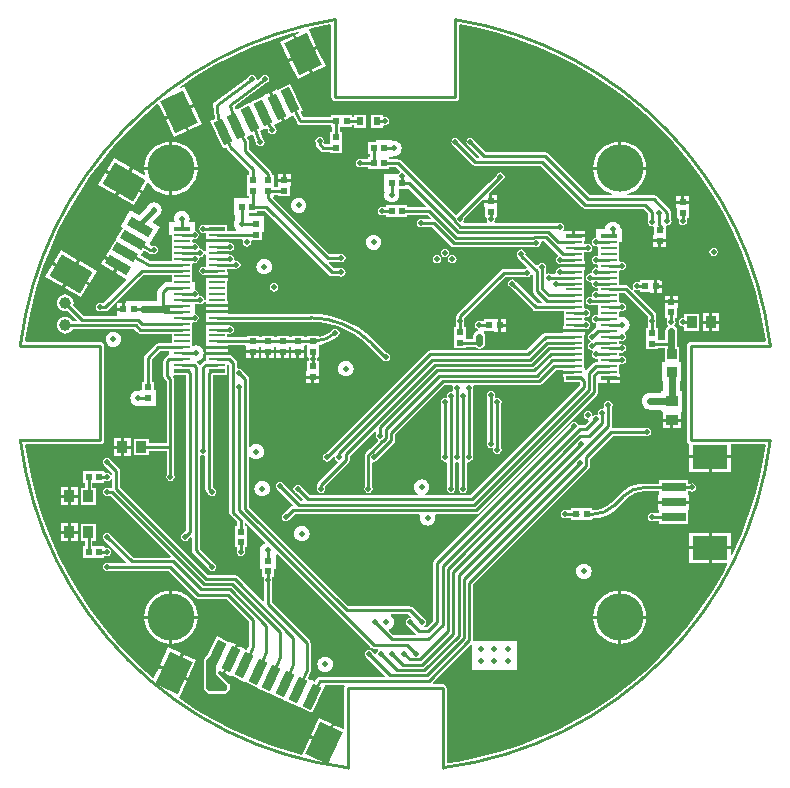
<source format=gbl>
G04*
G04 #@! TF.GenerationSoftware,Altium Limited,Altium Designer,20.0.2 (26)*
G04*
G04 Layer_Physical_Order=4*
G04 Layer_Color=16711680*
%FSLAX44Y44*%
%MOMM*%
G71*
G01*
G75*
%ADD18R,0.8890X1.0160*%
%ADD19R,0.6000X0.5000*%
%ADD22R,0.5000X0.6000*%
%ADD42R,3.0000X2.1000*%
%ADD43R,2.1000X0.8000*%
%ADD76C,0.2540*%
%ADD77C,0.6000*%
%ADD79C,1.0000*%
G04:AMPARAMS|DCode=80|XSize=4mm|YSize=4mm|CornerRadius=2mm|HoleSize=0mm|Usage=FLASHONLY|Rotation=0.000|XOffset=0mm|YOffset=0mm|HoleType=Round|Shape=RoundedRectangle|*
%AMROUNDEDRECTD80*
21,1,4.0000,0.0000,0,0,0.0*
21,1,0.0000,4.0000,0,0,0.0*
1,1,4.0000,0.0000,0.0000*
1,1,4.0000,0.0000,0.0000*
1,1,4.0000,0.0000,0.0000*
1,1,4.0000,0.0000,0.0000*
%
%ADD80ROUNDEDRECTD80*%
%ADD81C,0.5000*%
%ADD82R,0.8128X0.8128*%
G04:AMPARAMS|DCode=83|XSize=3mm|YSize=2.1mm|CornerRadius=0mm|HoleSize=0mm|Usage=FLASHONLY|Rotation=295.000|XOffset=0mm|YOffset=0mm|HoleType=Round|Shape=Rectangle|*
%AMROTATEDRECTD83*
4,1,4,-1.5856,0.9157,0.3177,1.8032,1.5856,-0.9157,-0.3177,-1.8032,-1.5856,0.9157,0.0*
%
%ADD83ROTATEDRECTD83*%

G04:AMPARAMS|DCode=84|XSize=2.1mm|YSize=0.8mm|CornerRadius=0mm|HoleSize=0mm|Usage=FLASHONLY|Rotation=295.000|XOffset=0mm|YOffset=0mm|HoleType=Round|Shape=Rectangle|*
%AMROTATEDRECTD84*
4,1,4,-0.8063,0.7826,-0.0812,1.1207,0.8063,-0.7826,0.0812,-1.1207,-0.8063,0.7826,0.0*
%
%ADD84ROTATEDRECTD84*%

%ADD85R,0.6000X0.7000*%
%ADD86R,1.3500X0.3000*%
%ADD87R,1.3500X0.2500*%
G04:AMPARAMS|DCode=88|XSize=2.1mm|YSize=0.8mm|CornerRadius=0mm|HoleSize=0mm|Usage=FLASHONLY|Rotation=65.000|XOffset=0mm|YOffset=0mm|HoleType=Round|Shape=Rectangle|*
%AMROTATEDRECTD88*
4,1,4,-0.0812,-1.1207,-0.8063,-0.7826,0.0812,1.1207,0.8063,0.7826,-0.0812,-1.1207,0.0*
%
%ADD88ROTATEDRECTD88*%

G04:AMPARAMS|DCode=89|XSize=3mm|YSize=2.1mm|CornerRadius=0mm|HoleSize=0mm|Usage=FLASHONLY|Rotation=65.000|XOffset=0mm|YOffset=0mm|HoleType=Round|Shape=Rectangle|*
%AMROTATEDRECTD89*
4,1,4,0.3177,-1.8032,-1.5856,-0.9157,-0.3177,1.8032,1.5856,0.9157,0.3177,-1.8032,0.0*
%
%ADD89ROTATEDRECTD89*%

%ADD90R,1.0160X0.8890*%
G04:AMPARAMS|DCode=91|XSize=2.1mm|YSize=0.8mm|CornerRadius=0mm|HoleSize=0mm|Usage=FLASHONLY|Rotation=330.000|XOffset=0mm|YOffset=0mm|HoleType=Round|Shape=Rectangle|*
%AMROTATEDRECTD91*
4,1,4,-1.1093,0.1786,-0.7093,0.8714,1.1093,-0.1786,0.7093,-0.8714,-1.1093,0.1786,0.0*
%
%ADD91ROTATEDRECTD91*%

G04:AMPARAMS|DCode=92|XSize=3mm|YSize=2.1mm|CornerRadius=0mm|HoleSize=0mm|Usage=FLASHONLY|Rotation=330.000|XOffset=0mm|YOffset=0mm|HoleType=Round|Shape=Rectangle|*
%AMROTATEDRECTD92*
4,1,4,-1.8240,-0.1593,-0.7740,1.6593,1.8240,0.1593,0.7740,-1.6593,-1.8240,-0.1593,0.0*
%
%ADD92ROTATEDRECTD92*%

%ADD93C,0.4000*%
G36*
X70479Y308787D02*
X87681Y304349D01*
X104608Y298954D01*
X121206Y292618D01*
X137423Y285362D01*
X153207Y277207D01*
X168509Y268181D01*
X183281Y258311D01*
X197476Y247628D01*
X211050Y236165D01*
X223960Y223960D01*
X236165Y211050D01*
X247628Y197476D01*
X258311Y183281D01*
X268181Y168509D01*
X277207Y153207D01*
X285362Y137423D01*
X292618Y121206D01*
X298954Y104608D01*
X304349Y87681D01*
X308787Y70479D01*
X312253Y53054D01*
X313489Y44293D01*
X312656Y43334D01*
X250000D01*
X248724Y43080D01*
X247642Y42358D01*
X246920Y41276D01*
X246666Y40000D01*
Y-40000D01*
X246920Y-41276D01*
X247642Y-42358D01*
X248724Y-43080D01*
X249039Y-43143D01*
Y-52739D01*
X266579D01*
X284119D01*
Y-43334D01*
X312656D01*
X313489Y-44293D01*
X312253Y-53054D01*
X308787Y-70479D01*
X304349Y-87681D01*
X298954Y-104608D01*
X292618Y-121206D01*
X285362Y-137423D01*
X285353Y-137440D01*
X284119Y-137140D01*
Y-132680D01*
X267850D01*
Y-144450D01*
X280511D01*
X281171Y-145535D01*
X277207Y-153207D01*
X268181Y-168509D01*
X258311Y-183281D01*
X247628Y-197476D01*
X236165Y-211050D01*
X223960Y-223960D01*
X211050Y-236165D01*
X197476Y-247628D01*
X183281Y-258311D01*
X168509Y-268181D01*
X153207Y-277207D01*
X137423Y-285362D01*
X121206Y-292618D01*
X104608Y-298954D01*
X87681Y-304349D01*
X70479Y-308787D01*
X53054Y-312253D01*
X44293Y-313489D01*
X43334Y-312656D01*
Y-250000D01*
X43080Y-248724D01*
X42358Y-247642D01*
X41276Y-246920D01*
X40000Y-246666D01*
X32137D01*
X31611Y-245396D01*
X63885Y-213122D01*
X65058Y-213608D01*
Y-234319D01*
X102870D01*
Y-210372D01*
X66675D01*
X66035Y-209592D01*
Y-162201D01*
X163997Y-64237D01*
X164720Y-63156D01*
X164974Y-61880D01*
Y-55800D01*
X184110Y-36665D01*
X211635D01*
X212814Y-36899D01*
X214179Y-36628D01*
X215337Y-35854D01*
X216111Y-34696D01*
X216383Y-33331D01*
X216111Y-31965D01*
X215337Y-30807D01*
X214179Y-30034D01*
X212814Y-29762D01*
X211635Y-29997D01*
X184310D01*
X183518Y-28727D01*
X183674Y-27940D01*
Y-11317D01*
X183909Y-10138D01*
X183637Y-8772D01*
X182863Y-7614D01*
X181706Y-6841D01*
X180340Y-6569D01*
X178974Y-6841D01*
X177817Y-7614D01*
X177043Y-8772D01*
X176771Y-10138D01*
X177006Y-11317D01*
Y-12455D01*
X175736Y-13434D01*
X175260Y-13340D01*
X173894Y-13612D01*
X172737Y-14385D01*
X171963Y-15543D01*
X171691Y-16908D01*
X171893Y-17922D01*
X171737Y-18201D01*
X171733Y-18207D01*
X170656Y-18872D01*
X169928Y-18727D01*
X168562Y-18999D01*
X167965Y-19398D01*
X167530Y-19274D01*
X166679Y-18747D01*
X166467Y-17684D01*
X165694Y-16527D01*
X164536Y-15753D01*
X163171Y-15481D01*
X161805Y-15753D01*
X160647Y-16527D01*
X159874Y-17684D01*
X159602Y-19050D01*
X159874Y-20416D01*
X160647Y-21573D01*
X161805Y-22347D01*
X163107Y-22606D01*
X163283Y-22872D01*
X163701Y-23808D01*
X160363Y-27146D01*
X156356D01*
X155080Y-27400D01*
X154817Y-26872D01*
X154777Y-26669D01*
X154003Y-25511D01*
X152846Y-24738D01*
X151480Y-24466D01*
X150114Y-24738D01*
X148957Y-25511D01*
X148289Y-26511D01*
X33103Y-141697D01*
X32380Y-142778D01*
X32127Y-144054D01*
Y-193050D01*
X26581Y-198596D01*
X24671D01*
X24286Y-197326D01*
X25023Y-196833D01*
X25797Y-195676D01*
X26069Y-194310D01*
X25797Y-192944D01*
X25023Y-191787D01*
X24024Y-191119D01*
X14698Y-181793D01*
X13616Y-181070D01*
X12340Y-180816D01*
X-39785D01*
X-123976Y-96625D01*
Y-54503D01*
X-122706Y-54072D01*
X-122366Y-54515D01*
X-121008Y-55557D01*
X-119427Y-56212D01*
X-117730Y-56436D01*
X-116033Y-56212D01*
X-114452Y-55557D01*
X-113094Y-54515D01*
X-112052Y-53158D01*
X-111397Y-51576D01*
X-111174Y-49879D01*
X-111397Y-48183D01*
X-112052Y-46602D01*
X-113094Y-45244D01*
X-114452Y-44202D01*
X-116033Y-43547D01*
X-117730Y-43323D01*
X-119427Y-43547D01*
X-121008Y-44202D01*
X-122366Y-45244D01*
X-122706Y-45687D01*
X-123976Y-45256D01*
Y11740D01*
X-124230Y13016D01*
X-124952Y14097D01*
X-128889Y18034D01*
X-129557Y19033D01*
X-130714Y19807D01*
X-132080Y20079D01*
X-132556Y19984D01*
X-133826Y20964D01*
Y24960D01*
X-134080Y26236D01*
X-134803Y27318D01*
X-138343Y30858D01*
X-139424Y31580D01*
X-140700Y31834D01*
X-141960D01*
Y32229D01*
X-151251D01*
X-160540D01*
Y29710D01*
X-160000D01*
Y26834D01*
X-160555D01*
X-161831Y26580D01*
X-162913Y25858D01*
X-164823Y23948D01*
X-164924Y23796D01*
X-165165Y23696D01*
X-166451Y23796D01*
X-166552Y23948D01*
X-168396Y25791D01*
X-168383Y26105D01*
X-168060Y27116D01*
X-167213Y27228D01*
X-165632Y27882D01*
X-164274Y28924D01*
X-163232Y30282D01*
X-162577Y31863D01*
X-162354Y33560D01*
X-162577Y35257D01*
X-163232Y36838D01*
X-164274Y38196D01*
X-165632Y39238D01*
X-167213Y39893D01*
X-168910Y40116D01*
X-170607Y39893D01*
X-170934Y39757D01*
X-172000Y40690D01*
Y50250D01*
Y59283D01*
X-170730Y60071D01*
X-170030Y59931D01*
X-168664Y60203D01*
X-167507Y60977D01*
X-166733Y62134D01*
X-166461Y63500D01*
X-166733Y64866D01*
X-167507Y66023D01*
X-168664Y66797D01*
X-170000Y67063D01*
Y75166D01*
X-166279D01*
X-165100Y74931D01*
X-163734Y75203D01*
X-162577Y75977D01*
X-161803Y77134D01*
X-160540Y76975D01*
Y74770D01*
X-151251D01*
X-141960D01*
Y77290D01*
X-142500D01*
Y85250D01*
Y94710D01*
X-141960D01*
Y97230D01*
X-151251D01*
X-160540D01*
Y94710D01*
X-160000D01*
Y90250D01*
Y78370D01*
X-160282Y78155D01*
X-160481Y78186D01*
X-160814Y78285D01*
X-161583Y78760D01*
X-161803Y79866D01*
X-162577Y81023D01*
X-163734Y81797D01*
X-165100Y82069D01*
X-165466Y81996D01*
X-166528Y83046D01*
X-166540Y83104D01*
X-166461Y83500D01*
X-166733Y84866D01*
X-167507Y86023D01*
X-168664Y86797D01*
X-170000Y87063D01*
Y93750D01*
X-172000D01*
Y100250D01*
Y109283D01*
X-170730Y110071D01*
X-170030Y109931D01*
X-168664Y110203D01*
X-167507Y110977D01*
X-166733Y112134D01*
X-166461Y113500D01*
X-166540Y113896D01*
X-166528Y113954D01*
X-165466Y115004D01*
X-165100Y114931D01*
X-163734Y115203D01*
X-162577Y115977D01*
X-161803Y117134D01*
X-160540Y116974D01*
Y114710D01*
X-160000D01*
Y106834D01*
X-161286D01*
X-162465Y107069D01*
X-163831Y106797D01*
X-164988Y106023D01*
X-165762Y104866D01*
X-166034Y103500D01*
X-165762Y102134D01*
X-164988Y100977D01*
X-163831Y100203D01*
X-162465Y99931D01*
X-161810Y100062D01*
X-161352Y99770D01*
X-151251D01*
X-141960D01*
Y102290D01*
X-142500D01*
Y105166D01*
X-135799D01*
X-134620Y104931D01*
X-133254Y105203D01*
X-132097Y105977D01*
X-131323Y107134D01*
X-131051Y108500D01*
X-131323Y109866D01*
X-132097Y111023D01*
X-133254Y111797D01*
X-134620Y112069D01*
X-135642Y111865D01*
X-135961Y112067D01*
X-136680Y113104D01*
X-136601Y113500D01*
X-136873Y114866D01*
X-137647Y116023D01*
X-138804Y116797D01*
X-140170Y117069D01*
X-140690Y116965D01*
X-141075Y117230D01*
X-151251D01*
Y119770D01*
X-141076D01*
X-140690Y120035D01*
X-140170Y119931D01*
X-138804Y120203D01*
X-137647Y120977D01*
X-136873Y122134D01*
X-136601Y123500D01*
X-136873Y124866D01*
X-137647Y126023D01*
X-138804Y126797D01*
X-140170Y127069D01*
X-140690Y126965D01*
X-141075Y127229D01*
X-151251D01*
X-160540D01*
Y124710D01*
X-160000D01*
Y122290D01*
X-160540D01*
Y120026D01*
X-161803Y119866D01*
X-162577Y121023D01*
X-163734Y121797D01*
X-165100Y122069D01*
X-165466Y121996D01*
X-166528Y123046D01*
X-166540Y123104D01*
X-166461Y123500D01*
X-166733Y124866D01*
X-167507Y126023D01*
X-168664Y126797D01*
X-170030Y127069D01*
X-170730Y126929D01*
X-172000Y127717D01*
Y129283D01*
X-170730Y130071D01*
X-170030Y129931D01*
X-168664Y130203D01*
X-167507Y130977D01*
X-166733Y132134D01*
X-166461Y133500D01*
X-166733Y134866D01*
X-167507Y136023D01*
X-168664Y136797D01*
X-170000Y137063D01*
Y144250D01*
X-173843D01*
X-174549Y145306D01*
X-174417Y145623D01*
X-174194Y147320D01*
X-174417Y149017D01*
X-175072Y150598D01*
X-176114Y151956D01*
X-177472Y152998D01*
X-179053Y153653D01*
X-180750Y153876D01*
X-182447Y153653D01*
X-184028Y152998D01*
X-185386Y151956D01*
X-186428Y150598D01*
X-187083Y149017D01*
X-187306Y147320D01*
X-187083Y145623D01*
X-186951Y145306D01*
X-187657Y144250D01*
X-191500D01*
Y133250D01*
X-189500D01*
Y120250D01*
Y111834D01*
X-207470D01*
X-214855Y115646D01*
X-215213Y116865D01*
X-214386Y118296D01*
X-214001Y118963D01*
X-213526Y119786D01*
X-212299Y120113D01*
X-208760Y118052D01*
X-208603Y117998D01*
X-208571Y117977D01*
X-208501Y117963D01*
X-207530Y117629D01*
X-206231Y117710D01*
X-206203Y117723D01*
X-205649D01*
X-204470Y117489D01*
X-203104Y117760D01*
X-201947Y118534D01*
X-201173Y119691D01*
X-200901Y121057D01*
X-201173Y122423D01*
X-201947Y123581D01*
X-203104Y124354D01*
X-204470Y124626D01*
X-205649Y124391D01*
X-206395D01*
X-207910Y125273D01*
X-207404Y126390D01*
X-207404Y126390D01*
X-199404Y140246D01*
X-205420Y143720D01*
X-205586Y144979D01*
X-201711Y148853D01*
X-201192Y149068D01*
X-199834Y150110D01*
X-198792Y151468D01*
X-198137Y153049D01*
X-197914Y154746D01*
X-198137Y156443D01*
X-198792Y158024D01*
X-199834Y159382D01*
X-201192Y160424D01*
X-202773Y161079D01*
X-204470Y161302D01*
X-206167Y161079D01*
X-207748Y160424D01*
X-209106Y159382D01*
X-210148Y158024D01*
X-210363Y157505D01*
X-217293Y150574D01*
X-224519Y154746D01*
X-232519Y140890D01*
X-230787Y139890D01*
X-235652Y131463D01*
X-236287Y130364D01*
X-236672Y129697D01*
X-242267Y120006D01*
X-242735Y120276D01*
X-245370Y115712D01*
X-234077Y109192D01*
X-234712Y108092D01*
X-233612Y107457D01*
X-236882Y101793D01*
X-227800Y96550D01*
X-227634Y95291D01*
X-247201Y75724D01*
X-249107D01*
X-250286Y75959D01*
X-251651Y75687D01*
X-252809Y74913D01*
X-253583Y73756D01*
X-253854Y72390D01*
X-253583Y71024D01*
X-252809Y69867D01*
X-251651Y69093D01*
X-250286Y68821D01*
X-249107Y69056D01*
X-245820D01*
X-244544Y69310D01*
X-243463Y70033D01*
X-236581Y76914D01*
X-235600Y76099D01*
Y71945D01*
X-231830D01*
Y76216D01*
X-235483D01*
X-236298Y77196D01*
X-213697Y99798D01*
X-189500D01*
Y93873D01*
X-193040D01*
X-195096Y93464D01*
X-196840Y92299D01*
X-200126Y89013D01*
X-201291Y87270D01*
X-201700Y85213D01*
Y77736D01*
X-214001D01*
X-214982Y77607D01*
X-215060Y77676D01*
Y77676D01*
X-228060D01*
Y76216D01*
X-229290D01*
Y70675D01*
X-230560D01*
Y69405D01*
X-235600D01*
Y65136D01*
X-236824Y65024D01*
X-263509D01*
X-272661Y74177D01*
X-272580Y74373D01*
X-272340Y76200D01*
X-272580Y78027D01*
X-273286Y79730D01*
X-274408Y81192D01*
X-275870Y82315D01*
X-277573Y83020D01*
X-279400Y83260D01*
X-281227Y83020D01*
X-282930Y82315D01*
X-284393Y81192D01*
X-285515Y79730D01*
X-286220Y78027D01*
X-286460Y76200D01*
X-286220Y74373D01*
X-285515Y72670D01*
X-284393Y71208D01*
X-282930Y70086D01*
X-281227Y69380D01*
X-279400Y69140D01*
X-277573Y69380D01*
X-277376Y69461D01*
X-269573Y61657D01*
X-270058Y60484D01*
X-273204D01*
X-273286Y60680D01*
X-274408Y62142D01*
X-275870Y63264D01*
X-277573Y63970D01*
X-279400Y64210D01*
X-281227Y63970D01*
X-282930Y63264D01*
X-284393Y62142D01*
X-285515Y60680D01*
X-286220Y58977D01*
X-286460Y57150D01*
X-286220Y55323D01*
X-285515Y53620D01*
X-284393Y52158D01*
X-282930Y51035D01*
X-281227Y50330D01*
X-279400Y50090D01*
X-277573Y50330D01*
X-275870Y51035D01*
X-274408Y52158D01*
X-273286Y53620D01*
X-273204Y53816D01*
X-221091D01*
X-218417Y51143D01*
X-217336Y50420D01*
X-216060Y50166D01*
X-189500D01*
Y41834D01*
X-200534D01*
X-201810Y41580D01*
X-202892Y40858D01*
X-211908Y31842D01*
X-212630Y30760D01*
X-212884Y29484D01*
Y9000D01*
X-214550D01*
Y2000D01*
X-216550D01*
Y2000D01*
X-216665Y1899D01*
X-217860Y2056D01*
X-219557Y1833D01*
X-221138Y1178D01*
X-222496Y136D01*
X-223538Y-1222D01*
X-224193Y-2803D01*
X-224416Y-4500D01*
X-224193Y-6197D01*
X-223538Y-7778D01*
X-222496Y-9136D01*
X-221138Y-10178D01*
X-219557Y-10833D01*
X-217860Y-11056D01*
X-216665Y-10899D01*
X-216550Y-11000D01*
Y-11000D01*
X-202550D01*
Y2000D01*
X-204550D01*
Y9000D01*
X-206216D01*
Y28103D01*
X-199153Y35166D01*
X-191500D01*
Y31776D01*
X-192486Y31580D01*
X-193568Y30858D01*
X-195397Y29028D01*
X-196120Y27946D01*
X-196374Y26670D01*
Y14010D01*
X-196120Y12734D01*
X-195397Y11652D01*
X-193694Y9949D01*
Y-42640D01*
X-208654D01*
Y-38894D01*
X-221544D01*
Y-53054D01*
X-208654D01*
Y-49308D01*
X-193694D01*
Y-69871D01*
X-193929Y-71050D01*
X-193657Y-72416D01*
X-192883Y-73573D01*
X-191726Y-74347D01*
X-190360Y-74619D01*
X-188994Y-74347D01*
X-187837Y-73573D01*
X-187063Y-72416D01*
X-186791Y-71050D01*
X-187026Y-69871D01*
Y-45720D01*
Y11330D01*
X-187280Y12606D01*
X-187864Y13480D01*
X-187481Y14750D01*
X-177324D01*
Y-116589D01*
X-179394Y-118659D01*
X-180393Y-119327D01*
X-181167Y-120484D01*
X-181439Y-121850D01*
X-181167Y-123216D01*
X-180393Y-124373D01*
X-179236Y-125147D01*
X-177870Y-125419D01*
X-176504Y-125147D01*
X-175347Y-124373D01*
X-174679Y-123374D01*
X-173417Y-122113D01*
X-172244Y-122598D01*
Y-133403D01*
X-171990Y-134679D01*
X-171268Y-135761D01*
X-158271Y-148757D01*
X-157603Y-149757D01*
X-156446Y-150530D01*
X-155080Y-150802D01*
X-153714Y-150530D01*
X-152557Y-149757D01*
X-151783Y-148599D01*
X-151511Y-147233D01*
X-151783Y-145868D01*
X-152557Y-144710D01*
X-153556Y-144042D01*
X-165576Y-132022D01*
Y-53158D01*
X-164306Y-52479D01*
X-163831Y-52796D01*
X-162465Y-53068D01*
X-162084Y-52992D01*
X-160814Y-54017D01*
Y-81490D01*
X-160560Y-82766D01*
X-159838Y-83848D01*
X-158271Y-85414D01*
X-157603Y-86413D01*
X-156446Y-87187D01*
X-155080Y-87459D01*
X-153714Y-87187D01*
X-152557Y-86413D01*
X-151783Y-85256D01*
X-151511Y-83890D01*
X-151783Y-82524D01*
X-152557Y-81367D01*
X-153556Y-80699D01*
X-154146Y-80109D01*
Y14750D01*
X-142500D01*
Y23572D01*
X-141348Y24073D01*
X-140494Y23391D01*
Y-101558D01*
X-140240Y-102834D01*
X-139517Y-103916D01*
X-134144Y-109289D01*
Y-112990D01*
X-135810D01*
Y-121990D01*
Y-130990D01*
X-134144D01*
Y-133371D01*
X-134379Y-134550D01*
X-134107Y-135916D01*
X-133333Y-137073D01*
X-132176Y-137847D01*
X-130810Y-138119D01*
X-129444Y-137847D01*
X-128287Y-137073D01*
X-127513Y-135916D01*
X-127241Y-134550D01*
X-127476Y-133371D01*
Y-130990D01*
X-125810D01*
Y-121990D01*
Y-112990D01*
X-127476D01*
Y-110635D01*
X-126303Y-110149D01*
X-110469Y-125983D01*
X-110767Y-127481D01*
X-111228Y-127672D01*
X-112586Y-128714D01*
X-113628Y-130072D01*
X-114283Y-131653D01*
X-114506Y-133350D01*
X-114346Y-134566D01*
X-114950Y-135836D01*
X-114950D01*
Y-148836D01*
X-112950D01*
Y-155836D01*
X-111284D01*
Y-157571D01*
X-111519Y-158750D01*
X-111284Y-159929D01*
Y-175944D01*
X-112457Y-176430D01*
X-133764Y-155122D01*
X-134846Y-154400D01*
X-136122Y-154146D01*
X-158568D01*
X-232886Y-79829D01*
Y-66250D01*
X-233140Y-64974D01*
X-233862Y-63892D01*
X-240789Y-56966D01*
X-241457Y-55967D01*
X-242614Y-55193D01*
X-243980Y-54921D01*
X-245346Y-55193D01*
X-246503Y-55967D01*
X-247277Y-57124D01*
X-247549Y-58490D01*
X-247277Y-59856D01*
X-246503Y-61013D01*
X-245504Y-61681D01*
X-239554Y-67631D01*
Y-69402D01*
X-239861Y-69517D01*
X-240824Y-69613D01*
X-241457Y-68667D01*
X-242614Y-67893D01*
X-243980Y-67621D01*
X-245000Y-67824D01*
X-246270Y-67427D01*
Y-66190D01*
X-264270D01*
Y-76190D01*
X-263104D01*
Y-80550D01*
X-266414D01*
Y-94710D01*
X-253524D01*
Y-80550D01*
X-256436D01*
Y-76190D01*
X-246270D01*
Y-74953D01*
X-245000Y-74556D01*
X-243980Y-74759D01*
X-242614Y-74487D01*
X-241457Y-73713D01*
X-240824Y-72767D01*
X-239861Y-72863D01*
X-239554Y-72978D01*
Y-80223D01*
X-239960Y-80556D01*
X-242801D01*
X-243980Y-80321D01*
X-245346Y-80593D01*
X-246503Y-81367D01*
X-247277Y-82524D01*
X-247549Y-83890D01*
X-247277Y-85256D01*
X-246503Y-86413D01*
X-245346Y-87187D01*
X-243980Y-87459D01*
X-242801Y-87224D01*
X-241341D01*
X-190222Y-138343D01*
X-190709Y-139516D01*
X-221739D01*
X-240789Y-120466D01*
X-241457Y-119467D01*
X-242614Y-118693D01*
X-243980Y-118421D01*
X-245346Y-118693D01*
X-246503Y-119467D01*
X-247277Y-120624D01*
X-247549Y-121990D01*
X-247277Y-123356D01*
X-246503Y-124513D01*
X-245504Y-125181D01*
X-227802Y-142883D01*
X-228288Y-144056D01*
X-242801D01*
X-243980Y-143821D01*
X-245346Y-144093D01*
X-246503Y-144867D01*
X-247277Y-146024D01*
X-247549Y-147390D01*
X-247277Y-148756D01*
X-246503Y-149913D01*
X-245346Y-150687D01*
X-243980Y-150959D01*
X-242801Y-150724D01*
X-191811D01*
X-169078Y-173458D01*
X-167996Y-174180D01*
X-166720Y-174434D01*
X-143145D01*
X-123984Y-193594D01*
Y-213993D01*
X-125234Y-217147D01*
X-126414Y-217616D01*
X-127342Y-217184D01*
X-128062Y-216252D01*
X-128865Y-215877D01*
X-132838Y-214025D01*
X-138349Y-225843D01*
X-143860Y-237661D01*
X-139887Y-239514D01*
X-139084Y-239888D01*
X-137704Y-239936D01*
X-127835Y-244538D01*
X-127835Y-244538D01*
X-126684Y-245075D01*
X-116325Y-249905D01*
X-116325Y-249905D01*
X-116325Y-249905D01*
X-115174Y-250442D01*
X-104996Y-255188D01*
X-104996Y-255188D01*
X-104996Y-255188D01*
X-103845Y-255725D01*
X-94002Y-260314D01*
X-93237Y-260672D01*
X-92851Y-260851D01*
X-92851Y-260851D01*
X-81975Y-265923D01*
X-81975Y-265923D01*
X-81975Y-265923D01*
X-80824Y-266459D01*
X-70465Y-271290D01*
X-59900Y-248632D01*
X-60153Y-248514D01*
X-59872Y-247244D01*
X-43619D01*
X-42940Y-248514D01*
X-43080Y-248724D01*
X-43334Y-250000D01*
Y-283819D01*
X-44405Y-284501D01*
X-51549Y-281170D01*
X-58961Y-297066D01*
X-60112Y-296530D01*
X-60649Y-297680D01*
X-72467Y-292170D01*
X-79170Y-306544D01*
X-87681Y-304349D01*
X-104608Y-298954D01*
X-121206Y-292618D01*
X-137423Y-285362D01*
X-153207Y-277207D01*
X-168509Y-268181D01*
X-183263Y-258323D01*
X-176439Y-243687D01*
X-188257Y-238176D01*
X-200075Y-232665D01*
X-203905Y-240879D01*
X-205146Y-241152D01*
X-211050Y-236165D01*
X-223960Y-223960D01*
X-236165Y-211050D01*
X-247628Y-197476D01*
X-258311Y-183281D01*
X-268181Y-168509D01*
X-277207Y-153207D01*
X-285362Y-137423D01*
X-292618Y-121206D01*
X-298954Y-104608D01*
X-304349Y-87681D01*
X-308787Y-70479D01*
X-312253Y-53054D01*
X-313489Y-44293D01*
X-312656Y-43334D01*
X-250000D01*
X-248724Y-43080D01*
X-247642Y-42358D01*
X-246920Y-41276D01*
X-246666Y-40000D01*
Y40000D01*
X-246920Y41276D01*
X-247642Y42358D01*
X-248724Y43080D01*
X-250000Y43334D01*
X-312656D01*
X-313489Y44293D01*
X-312253Y53054D01*
X-308787Y70479D01*
X-304349Y87681D01*
X-298954Y104608D01*
X-292618Y121206D01*
X-285362Y137423D01*
X-277207Y153207D01*
X-268181Y168509D01*
X-258311Y183281D01*
X-247628Y197476D01*
X-236165Y211050D01*
X-223960Y223960D01*
X-211050Y236165D01*
X-201397Y244317D01*
X-200157Y244044D01*
X-195297Y233622D01*
X-183478Y239133D01*
X-171660Y244644D01*
X-178536Y259389D01*
X-181332Y258086D01*
X-181956Y259196D01*
X-168509Y268181D01*
X-153207Y277207D01*
X-137423Y285362D01*
X-121206Y292618D01*
X-104608Y298954D01*
X-87681Y304349D01*
X-81932Y305832D01*
X-81503Y304637D01*
X-84615Y303185D01*
X-77739Y288440D01*
X-67072Y293414D01*
X-73417Y307020D01*
X-72875Y308168D01*
X-70479Y308787D01*
X-55116Y311842D01*
X-54134Y311037D01*
Y250000D01*
X-53880Y248724D01*
X-53158Y247642D01*
X-52076Y246920D01*
X-50800Y246666D01*
X50800D01*
X52076Y246920D01*
X53158Y247642D01*
X53880Y248724D01*
X54134Y250000D01*
Y311037D01*
X55116Y311842D01*
X70479Y308787D01*
D02*
G37*
G36*
X13026Y-189551D02*
X12616Y-190480D01*
X12434Y-190755D01*
X11134Y-191013D01*
X9977Y-191787D01*
X9203Y-192944D01*
X8931Y-194310D01*
X9203Y-195676D01*
X9977Y-196833D01*
X10976Y-197501D01*
X17703Y-204228D01*
X17686Y-204483D01*
X17288Y-205498D01*
X11821D01*
X11760Y-205486D01*
X-1609D01*
X-5290Y-201805D01*
X-4992Y-200307D01*
X-4222Y-199988D01*
X-2864Y-198946D01*
X-1822Y-197588D01*
X-1167Y-196007D01*
X-944Y-194310D01*
X-1167Y-192613D01*
X-1822Y-191032D01*
X-2864Y-189674D01*
X-4063Y-188754D01*
X-4023Y-188186D01*
X-3711Y-187484D01*
X10959D01*
X13026Y-189551D01*
D02*
G37*
G36*
X-20734Y-215718D02*
X-19653Y-216440D01*
X-18377Y-216694D01*
X-14671D01*
X-14286Y-217964D01*
X-15023Y-218457D01*
X-15797Y-219614D01*
X-16055Y-220914D01*
X-16330Y-221096D01*
X-17259Y-221506D01*
X-19309Y-219456D01*
X-19977Y-218457D01*
X-21134Y-217683D01*
X-22500Y-217411D01*
X-23866Y-217683D01*
X-25023Y-218457D01*
X-25797Y-219614D01*
X-26069Y-220980D01*
X-25797Y-222346D01*
X-25023Y-223503D01*
X-24024Y-224171D01*
X-8792Y-239403D01*
X-9279Y-240576D01*
X-64025D01*
X-64565Y-240683D01*
X-65110Y-240757D01*
X-65200Y-240809D01*
X-65301Y-240830D01*
X-65759Y-241136D01*
X-66234Y-241413D01*
X-66297Y-241495D01*
X-66383Y-241553D01*
X-66689Y-242010D01*
X-67022Y-242448D01*
X-68160Y-244780D01*
X-70776Y-243561D01*
Y-243561D01*
X-71927Y-243024D01*
X-74254Y-241939D01*
X-71857Y-236243D01*
X-71855Y-236234D01*
X-71850Y-236226D01*
X-71725Y-235598D01*
X-71596Y-234969D01*
X-71598Y-234959D01*
X-71596Y-234950D01*
Y-212090D01*
X-71850Y-210814D01*
X-72572Y-209732D01*
X-104616Y-177689D01*
Y-159929D01*
X-104381Y-158750D01*
X-104616Y-157571D01*
Y-155836D01*
X-102950D01*
Y-148836D01*
X-100950D01*
Y-137298D01*
X-99680Y-136772D01*
X-20734Y-215718D01*
D02*
G37*
%LPC*%
G36*
X-86917Y302112D02*
X-97585Y297138D01*
X-90709Y282392D01*
X-80041Y287366D01*
X-86917Y302112D01*
D02*
G37*
G36*
X-65999Y291112D02*
X-76666Y286138D01*
X-69790Y271392D01*
X-59123Y276366D01*
X-65999Y291112D01*
D02*
G37*
G36*
X-78968Y285064D02*
X-89635Y280090D01*
X-82759Y265344D01*
X-72092Y270319D01*
X-78968Y285064D01*
D02*
G37*
G36*
X-110490Y268999D02*
X-111856Y268727D01*
X-113013Y267953D01*
X-113336Y267471D01*
X-116530Y265104D01*
X-117734Y265793D01*
X-117933Y266796D01*
X-118707Y267953D01*
X-119864Y268727D01*
X-121230Y268999D01*
X-122596Y268727D01*
X-123753Y267953D01*
X-124054Y267503D01*
X-153082Y246543D01*
X-153401Y246200D01*
X-153757Y245894D01*
X-153841Y245727D01*
X-153968Y245590D01*
X-154131Y245151D01*
X-154342Y244732D01*
X-154356Y244546D01*
X-154422Y244371D01*
X-154404Y243903D01*
X-154439Y243435D01*
X-153885Y238909D01*
Y238909D01*
X-152983Y231539D01*
X-156771Y229773D01*
X-146205Y207115D01*
X-143481Y208386D01*
X-142682Y206789D01*
X-142354Y206367D01*
X-142058Y205923D01*
X-123984Y187849D01*
Y184260D01*
X-125650D01*
Y175260D01*
Y166260D01*
X-123984D01*
Y164480D01*
X-136730D01*
Y150480D01*
X-135603D01*
Y146605D01*
X-135908Y146208D01*
X-136563Y144627D01*
X-136786Y142930D01*
X-136563Y141233D01*
X-135908Y139652D01*
X-134866Y138294D01*
X-134618Y138104D01*
X-135049Y136834D01*
X-142500D01*
Y142250D01*
X-160000D01*
Y142084D01*
X-161286D01*
X-162465Y142319D01*
X-163831Y142047D01*
X-164988Y141273D01*
X-165762Y140116D01*
X-166034Y138750D01*
X-165762Y137384D01*
X-164988Y136227D01*
X-163831Y135453D01*
X-162465Y135181D01*
X-161286Y135416D01*
X-160000D01*
Y132290D01*
X-160540D01*
Y129769D01*
X-151251D01*
X-141960D01*
Y130166D01*
X-129579D01*
X-128900Y128896D01*
X-129027Y128706D01*
X-129299Y127340D01*
X-129027Y125975D01*
X-128253Y124817D01*
X-127096Y124044D01*
X-125730Y123772D01*
X-124364Y124044D01*
X-123207Y124817D01*
X-122433Y125975D01*
X-122161Y127340D01*
X-122324Y128160D01*
X-121506Y129430D01*
X-113110D01*
Y136430D01*
X-111110D01*
Y149430D01*
X-123199D01*
X-123730Y150480D01*
Y152480D01*
X-116730D01*
Y154146D01*
X-110601D01*
X-56038Y99583D01*
X-54956Y98860D01*
X-53681Y98606D01*
X-46899D01*
X-45720Y98372D01*
X-44354Y98644D01*
X-43197Y99417D01*
X-42423Y100575D01*
X-42151Y101940D01*
X-42423Y103306D01*
X-43197Y104464D01*
X-44354Y105237D01*
X-45720Y105509D01*
X-46899Y105274D01*
X-52299D01*
X-56721Y109696D01*
X-56195Y110966D01*
X-46899D01*
X-45720Y110731D01*
X-44354Y111003D01*
X-43197Y111777D01*
X-42423Y112934D01*
X-42151Y114300D01*
X-42423Y115666D01*
X-43197Y116823D01*
X-44354Y117597D01*
X-45720Y117869D01*
X-46899Y117634D01*
X-55969D01*
X-103432Y165097D01*
X-102950Y166260D01*
D01*
X-102699Y167426D01*
X-98980D01*
Y166260D01*
X-88980D01*
Y174720D01*
X-88440D01*
Y178489D01*
X-93979D01*
X-99520D01*
Y174720D01*
X-100531Y174094D01*
X-102950D01*
Y184260D01*
X-104616D01*
Y185420D01*
X-104870Y186696D01*
X-105592Y187778D01*
X-123666Y205851D01*
Y212190D01*
X-123702Y212370D01*
X-123686Y212553D01*
X-123828Y213003D01*
X-123920Y213466D01*
X-124022Y213619D01*
X-124077Y213794D01*
X-125220Y215878D01*
X-124825Y217085D01*
X-123366Y217765D01*
X-122850Y218006D01*
X-121863Y218466D01*
X-120672Y218027D01*
X-117795Y211717D01*
X-117597Y210724D01*
X-116823Y209567D01*
X-115666Y208793D01*
X-114300Y208521D01*
X-112934Y208793D01*
X-111777Y209567D01*
X-111003Y210724D01*
X-110731Y212090D01*
X-111003Y213456D01*
X-111777Y214613D01*
X-111791Y214623D01*
X-115002Y221665D01*
X-113188Y222511D01*
X-112037Y223048D01*
X-111340Y223374D01*
X-109064Y224435D01*
X-108167Y222735D01*
X-108167Y222735D01*
X-107587Y221637D01*
X-107437Y220884D01*
X-106663Y219727D01*
X-105506Y218953D01*
X-104140Y218681D01*
X-102774Y218953D01*
X-101617Y219727D01*
X-100843Y220884D01*
X-100571Y222250D01*
X-100843Y223616D01*
X-101617Y224773D01*
X-101749Y224862D01*
X-102583Y226442D01*
X-102178Y227645D01*
X-102168Y227651D01*
X-100788Y227698D01*
X-96012Y229925D01*
X-101524Y241743D01*
X-107034Y253561D01*
X-111007Y251709D01*
X-111810Y251334D01*
X-112530Y250403D01*
X-121905Y246031D01*
X-123056Y245495D01*
X-123754Y245169D01*
X-133415Y240664D01*
X-134533Y240143D01*
X-135630Y240703D01*
X-135959Y242410D01*
X-129074Y247511D01*
X-109418Y262075D01*
X-109124Y262133D01*
X-107967Y262907D01*
X-107193Y264064D01*
X-106921Y265430D01*
X-107193Y266796D01*
X-107967Y267953D01*
X-109124Y268727D01*
X-110490Y268999D01*
D02*
G37*
G36*
X-88888Y261427D02*
X-99728Y256373D01*
X-99956Y256862D01*
X-104732Y254635D01*
X-99221Y242817D01*
X-93710Y230998D01*
X-88934Y233226D01*
X-89162Y233715D01*
X-86517Y234948D01*
X-83528Y228911D01*
X-83198Y228482D01*
X-82897Y228032D01*
X-82378Y227512D01*
X-81296Y226790D01*
X-80020Y226536D01*
X-54720D01*
Y224870D01*
X-53521D01*
Y220646D01*
X-55187D01*
Y210344D01*
X-59445D01*
X-60826Y211725D01*
Y212181D01*
X-60591Y213360D01*
X-60863Y214726D01*
X-61637Y215883D01*
X-62794Y216657D01*
X-64160Y216929D01*
X-65526Y216657D01*
X-66683Y215883D01*
X-67457Y214726D01*
X-67729Y213360D01*
X-67494Y212181D01*
Y210344D01*
X-67240Y209068D01*
X-66518Y207987D01*
X-63183Y204652D01*
X-62102Y203930D01*
X-60826Y203676D01*
X-55187D01*
Y202646D01*
X-45187D01*
Y211646D01*
Y220646D01*
X-46853D01*
Y224870D01*
X-36720D01*
Y226536D01*
X-34960D01*
Y224370D01*
X-24960D01*
Y235370D01*
X-34960D01*
Y233204D01*
X-36720D01*
Y234870D01*
X-54720D01*
Y233204D01*
X-78213D01*
X-80069Y236953D01*
X-79649Y238151D01*
X-78323Y238770D01*
X-88888Y261427D01*
D02*
G37*
G36*
X-10760Y235370D02*
X-20760D01*
Y224370D01*
X-10760D01*
Y225586D01*
X-9490Y226421D01*
X-8890Y226301D01*
X-7524Y226573D01*
X-6367Y227347D01*
X-5593Y228504D01*
X-5321Y229870D01*
X-5593Y231236D01*
X-6367Y232393D01*
X-7524Y233167D01*
X-8890Y233439D01*
X-9490Y233319D01*
X-10760Y234153D01*
Y235370D01*
D02*
G37*
G36*
X-170587Y242342D02*
X-181254Y237368D01*
X-174378Y222622D01*
X-163711Y227596D01*
X-170587Y242342D01*
D02*
G37*
G36*
X-183556Y236294D02*
X-194223Y231320D01*
X-187347Y216574D01*
X-176680Y221549D01*
X-183556Y236294D01*
D02*
G37*
G36*
X-2970Y214010D02*
Y214010D01*
X-15970D01*
Y212010D01*
X-22970D01*
Y202010D01*
X-21804D01*
Y199310D01*
X-22970D01*
Y197644D01*
X-28781D01*
X-29960Y197879D01*
X-31326Y197607D01*
X-32483Y196833D01*
X-33257Y195676D01*
X-33529Y194310D01*
X-33257Y192944D01*
X-32483Y191787D01*
X-31326Y191013D01*
X-29960Y190741D01*
X-28781Y190976D01*
X-22970D01*
Y189310D01*
X-4970D01*
Y190976D01*
X690D01*
X3999Y187666D01*
X3754Y186116D01*
X3247Y185777D01*
X2594Y184800D01*
X-9730D01*
Y170800D01*
X-9730D01*
X-9160Y169947D01*
X-9413Y169337D01*
X-9636Y167640D01*
X-9413Y165943D01*
X-8758Y164362D01*
X-7716Y163004D01*
X-6358Y161962D01*
X-4777Y161307D01*
X-3080Y161084D01*
X-1383Y161307D01*
X198Y161962D01*
X1556Y163004D01*
X2598Y164362D01*
X3253Y165943D01*
X3476Y167640D01*
X3253Y169337D01*
X2885Y170224D01*
X3270Y170800D01*
X3270D01*
Y172800D01*
X10270D01*
Y172800D01*
X11146Y173163D01*
X26100Y158209D01*
X25614Y157036D01*
X10270D01*
Y158701D01*
X-7730D01*
Y157036D01*
X-10283D01*
X-11461Y157270D01*
X-12827Y156998D01*
X-13985Y156225D01*
X-14758Y155067D01*
X-15030Y153701D01*
X-14758Y152336D01*
X-13985Y151178D01*
X-12827Y150405D01*
X-11461Y150133D01*
X-10283Y150367D01*
X-7730D01*
Y148701D01*
X10270D01*
Y150367D01*
X27521D01*
X29871Y148017D01*
X29385Y146844D01*
X22879D01*
X21700Y147079D01*
X20334Y146807D01*
X19177Y146033D01*
X18403Y144876D01*
X18131Y143510D01*
X18403Y142144D01*
X19177Y140987D01*
X20334Y140213D01*
X21700Y139941D01*
X22879Y140176D01*
X31292D01*
X47015Y124452D01*
X48097Y123730D01*
X49373Y123476D01*
X118201D01*
X119380Y123241D01*
X120746Y123513D01*
X121903Y124287D01*
X122677Y125444D01*
X122949Y126810D01*
X122916Y126976D01*
X123958Y128246D01*
X126138D01*
X137570Y116814D01*
X137409Y115179D01*
X137177Y115023D01*
X136403Y113866D01*
X136131Y112500D01*
X136403Y111134D01*
X137177Y109977D01*
X138334Y109203D01*
X139700Y108931D01*
X140690Y109128D01*
X141529Y108770D01*
X151250D01*
X160540D01*
Y111290D01*
X160000D01*
Y119166D01*
X161992D01*
X163171Y118931D01*
X164536Y119203D01*
X165694Y119977D01*
X166467Y121134D01*
X166739Y122500D01*
X166467Y123866D01*
X165694Y125023D01*
X164536Y125797D01*
X163171Y126069D01*
X161992Y125834D01*
X160000D01*
Y128710D01*
X160540D01*
Y131480D01*
X151250D01*
Y132750D01*
X149980D01*
Y136790D01*
X142980Y136790D01*
X142974D01*
X142974D01*
X142726Y136790D01*
X142659Y136863D01*
X142447Y137375D01*
X142163Y138060D01*
X142683Y138838D01*
X142955Y140204D01*
X142683Y141569D01*
X141910Y142727D01*
X140752Y143501D01*
X140485Y143554D01*
X140206Y143740D01*
X138930Y143994D01*
X113643D01*
X112487Y143764D01*
X84505D01*
X83826Y145034D01*
X84167Y145544D01*
X84439Y146910D01*
X84379Y147210D01*
X85354Y148480D01*
X85870D01*
Y156940D01*
X86410D01*
Y160710D01*
X75330D01*
Y156940D01*
X75870D01*
Y148480D01*
X76386D01*
X77361Y147210D01*
X77301Y146910D01*
X77573Y145544D01*
X77914Y145034D01*
X77235Y143764D01*
X58115D01*
X57828Y144174D01*
X57552Y145034D01*
X58167Y145954D01*
X58439Y147320D01*
X58375Y147640D01*
X74157Y163422D01*
X74571Y163250D01*
X79600D01*
Y167020D01*
X79414D01*
X78928Y168193D01*
X83897Y173162D01*
X90524Y179789D01*
X91523Y180457D01*
X92297Y181614D01*
X92569Y182980D01*
X92297Y184346D01*
X91523Y185503D01*
X90366Y186277D01*
X89000Y186549D01*
X87634Y186277D01*
X86477Y185503D01*
X85809Y184504D01*
X79183Y177878D01*
X52512Y151208D01*
X52181Y150711D01*
X50656Y150440D01*
X4429Y196667D01*
X3347Y197390D01*
X2071Y197644D01*
X-4970D01*
Y199310D01*
X-4183Y199872D01*
X-2970Y200010D01*
D01*
X-1700Y200511D01*
X-1270Y200454D01*
X427Y200677D01*
X2008Y201332D01*
X3366Y202374D01*
X4408Y203732D01*
X5063Y205313D01*
X5286Y207010D01*
X5063Y208707D01*
X4408Y210288D01*
X3366Y211646D01*
X2008Y212688D01*
X427Y213343D01*
X-1270Y213566D01*
X-1700Y213510D01*
X-2970Y214010D01*
D02*
G37*
G36*
X63600Y215759D02*
X62234Y215487D01*
X61077Y214713D01*
X60303Y213556D01*
X60031Y212190D01*
X60303Y210824D01*
X61077Y209667D01*
X62076Y208999D01*
X70988Y200087D01*
X70501Y198914D01*
X68891D01*
X54091Y213714D01*
X53423Y214713D01*
X52266Y215487D01*
X50900Y215759D01*
X49534Y215487D01*
X48377Y214713D01*
X47603Y213556D01*
X47331Y212190D01*
X47603Y210824D01*
X48377Y209667D01*
X49376Y208999D01*
X65153Y193222D01*
X66234Y192500D01*
X67510Y192246D01*
X123079D01*
X158392Y156932D01*
X159474Y156210D01*
X160750Y155956D01*
X210169D01*
X213836Y152289D01*
Y145959D01*
X213601Y144780D01*
X213873Y143414D01*
X214647Y142257D01*
X215804Y141483D01*
X217170Y141211D01*
X217660Y141309D01*
X218930Y140335D01*
Y133680D01*
X218390D01*
Y129911D01*
X223930D01*
X229470D01*
Y133680D01*
X228930D01*
Y138179D01*
X229140Y138494D01*
X229394Y139770D01*
X229174Y140876D01*
X229568Y141506D01*
X229836Y141793D01*
X230200Y141967D01*
X230430Y141921D01*
X231796Y142193D01*
X232953Y142967D01*
X233727Y144124D01*
X233999Y145490D01*
X233764Y146669D01*
Y152400D01*
X233510Y153676D01*
X232787Y154757D01*
X221357Y166187D01*
X220276Y166910D01*
X219000Y167164D01*
X196743D01*
X196555Y168434D01*
X198667Y169075D01*
X202583Y171168D01*
X206015Y173985D01*
X208832Y177417D01*
X210925Y181333D01*
X212214Y185581D01*
X212524Y188730D01*
X167476D01*
X167786Y185581D01*
X169075Y181333D01*
X171168Y177417D01*
X173985Y173985D01*
X177417Y171168D01*
X181333Y169075D01*
X183445Y168434D01*
X183257Y167164D01*
X164552D01*
X128698Y203018D01*
X127616Y203740D01*
X126341Y203994D01*
X76511D01*
X66791Y213714D01*
X66123Y214713D01*
X64966Y215487D01*
X63600Y215759D01*
D02*
G37*
G36*
X191270Y212524D02*
Y191270D01*
X212524D01*
X212214Y194419D01*
X210925Y198667D01*
X208832Y202583D01*
X206015Y206015D01*
X202583Y208832D01*
X198667Y210925D01*
X194419Y212214D01*
X191270Y212524D01*
D02*
G37*
G36*
X188730D02*
X185581Y212214D01*
X181333Y210925D01*
X177417Y208832D01*
X173985Y206015D01*
X171168Y202583D01*
X169075Y198667D01*
X167786Y194419D01*
X167476Y191270D01*
X188730D01*
Y212524D01*
D02*
G37*
G36*
X-188730D02*
Y191270D01*
X-167476D01*
X-167786Y194419D01*
X-169075Y198667D01*
X-171168Y202583D01*
X-173985Y206015D01*
X-177417Y208832D01*
X-181333Y210925D01*
X-185581Y212214D01*
X-188730Y212524D01*
D02*
G37*
G36*
X-191270D02*
X-194419Y212214D01*
X-198667Y210925D01*
X-202583Y208832D01*
X-206015Y206015D01*
X-208832Y202583D01*
X-210925Y198667D01*
X-212214Y194419D01*
X-212524Y191270D01*
X-191270D01*
Y212524D01*
D02*
G37*
G36*
X-88440Y184800D02*
X-92709D01*
Y181029D01*
X-88440D01*
Y184800D01*
D02*
G37*
G36*
X-95249D02*
X-99520D01*
Y181029D01*
X-95249D01*
Y184800D01*
D02*
G37*
G36*
X-238354Y198864D02*
X-244238Y188671D01*
X-230148Y180536D01*
X-224263Y190729D01*
X-238354Y198864D01*
D02*
G37*
G36*
X-245508Y186471D02*
X-251394Y176278D01*
X-237303Y168143D01*
X-231418Y178336D01*
X-245508Y186471D01*
D02*
G37*
G36*
X-167476Y188730D02*
X-188730D01*
Y167476D01*
X-185581Y167786D01*
X-181333Y169075D01*
X-177417Y171168D01*
X-173985Y173985D01*
X-171168Y177417D01*
X-169075Y181333D01*
X-167786Y185581D01*
X-167476Y188730D01*
D02*
G37*
G36*
X-222064Y189459D02*
X-227949Y179266D01*
X-213858Y171131D01*
X-210157Y177541D01*
X-208887Y177521D01*
X-208832Y177417D01*
X-206015Y173985D01*
X-202583Y171168D01*
X-198667Y169075D01*
X-194419Y167786D01*
X-191270Y167476D01*
Y188730D01*
X-212524D01*
X-212214Y185581D01*
X-212050Y185042D01*
X-213045Y184252D01*
X-222064Y189459D01*
D02*
G37*
G36*
X86410Y167020D02*
X82140D01*
Y163250D01*
X86410D01*
Y167020D01*
D02*
G37*
G36*
X248970Y166330D02*
X244700D01*
Y162560D01*
X248970D01*
Y166330D01*
D02*
G37*
G36*
X242160D02*
X237890D01*
Y162560D01*
X242160D01*
Y166330D01*
D02*
G37*
G36*
X-229219Y177066D02*
X-235104Y166873D01*
X-221013Y158738D01*
X-215128Y168931D01*
X-229219Y177066D01*
D02*
G37*
G36*
X-81860Y165196D02*
X-83557Y164973D01*
X-85138Y164318D01*
X-86496Y163276D01*
X-87538Y161918D01*
X-88193Y160337D01*
X-88416Y158640D01*
X-88193Y156943D01*
X-87538Y155362D01*
X-86496Y154004D01*
X-85138Y152962D01*
X-83557Y152307D01*
X-81860Y152084D01*
X-80163Y152307D01*
X-78582Y152962D01*
X-77224Y154004D01*
X-76182Y155362D01*
X-75527Y156943D01*
X-75304Y158640D01*
X-75527Y160337D01*
X-76182Y161918D01*
X-77224Y163276D01*
X-78582Y164318D01*
X-80163Y164973D01*
X-81860Y165196D01*
D02*
G37*
G36*
X248970Y160020D02*
X237890D01*
Y156250D01*
X238430D01*
Y147790D01*
X239718D01*
X240066Y146520D01*
X239861Y145490D01*
X240133Y144124D01*
X240907Y142967D01*
X242064Y142193D01*
X243430Y141921D01*
X244796Y142193D01*
X245953Y142967D01*
X246727Y144124D01*
X246999Y145490D01*
X246794Y146520D01*
X247142Y147790D01*
X248430D01*
Y156250D01*
X248970D01*
Y160020D01*
D02*
G37*
G36*
X152520Y136790D02*
Y134020D01*
X160540D01*
Y136790D01*
X152520D01*
D02*
G37*
G36*
X229470Y127371D02*
X225200D01*
Y123600D01*
X229470D01*
Y127371D01*
D02*
G37*
G36*
X222660D02*
X218390D01*
Y123600D01*
X222660D01*
Y127371D01*
D02*
G37*
G36*
X-18470Y133946D02*
X-20167Y133722D01*
X-21748Y133068D01*
X-23106Y132026D01*
X-24148Y130668D01*
X-24803Y129087D01*
X-25026Y127390D01*
X-24803Y125693D01*
X-24148Y124112D01*
X-23106Y122754D01*
X-21748Y121712D01*
X-20167Y121057D01*
X-18470Y120834D01*
X-16773Y121057D01*
X-15192Y121712D01*
X-13834Y122754D01*
X-12792Y124112D01*
X-12137Y125693D01*
X-11914Y127390D01*
X-12137Y129087D01*
X-12792Y130668D01*
X-13834Y132026D01*
X-15192Y133068D01*
X-16773Y133722D01*
X-18470Y133946D01*
D02*
G37*
G36*
X184150Y144986D02*
X182453Y144763D01*
X180872Y144108D01*
X179514Y143066D01*
X178472Y141708D01*
X177817Y140127D01*
X177594Y138430D01*
X177436Y138250D01*
X170000D01*
Y131166D01*
X169882Y131069D01*
X168516Y130797D01*
X167358Y130023D01*
X166585Y128866D01*
X166313Y127500D01*
X166585Y126134D01*
X167358Y124977D01*
X168516Y124203D01*
X169882Y123931D01*
X170730Y124100D01*
X172000Y123382D01*
Y116618D01*
X170730Y115900D01*
X169882Y116069D01*
X168516Y115797D01*
X167358Y115023D01*
X166585Y113866D01*
X166313Y112500D01*
X166585Y111134D01*
X167358Y109977D01*
X168516Y109203D01*
X169882Y108931D01*
X170730Y109100D01*
X172000Y108382D01*
Y106618D01*
X170730Y105900D01*
X169882Y106069D01*
X168516Y105797D01*
X167358Y105023D01*
X166585Y103866D01*
X166313Y102500D01*
X166392Y102104D01*
X166388Y102081D01*
X165315Y101008D01*
X165011Y101069D01*
X163645Y100797D01*
X162487Y100023D01*
X161714Y98866D01*
X161442Y97500D01*
X161714Y96134D01*
X162487Y94977D01*
X163645Y94203D01*
X165011Y93931D01*
X165315Y93992D01*
X166388Y92919D01*
X166392Y92896D01*
X166313Y92500D01*
X166585Y91134D01*
X167358Y89977D01*
X168516Y89203D01*
X169882Y88931D01*
X170730Y89100D01*
X172000Y88382D01*
Y86618D01*
X170730Y85900D01*
X169882Y86069D01*
X168516Y85797D01*
X167358Y85023D01*
X166585Y83866D01*
X166313Y82500D01*
X166398Y82074D01*
X166394Y82049D01*
X165321Y80977D01*
X165011Y81039D01*
X163645Y80767D01*
X162487Y79993D01*
X161714Y78836D01*
X161442Y77470D01*
X161714Y76104D01*
X162487Y74947D01*
X163645Y74173D01*
X165011Y73901D01*
X166189Y74136D01*
X172000D01*
Y66618D01*
X170730Y65900D01*
X169882Y66069D01*
X168516Y65797D01*
X167358Y65023D01*
X166585Y63866D01*
X166313Y62500D01*
X166585Y61134D01*
X167358Y59977D01*
X168516Y59203D01*
X169882Y58931D01*
X170000Y58834D01*
Y55262D01*
X169394Y54858D01*
X165228Y50691D01*
X164228Y50023D01*
X163455Y48866D01*
X163183Y47500D01*
X163455Y46134D01*
X164228Y44977D01*
X165199Y44328D01*
X165626Y42959D01*
X165228Y42561D01*
X164228Y41893D01*
X163455Y40736D01*
X163183Y39370D01*
X163455Y38004D01*
X164228Y36847D01*
X165386Y36073D01*
X166489Y35854D01*
X166941Y35024D01*
X167053Y34567D01*
X166585Y33866D01*
X166313Y32500D01*
X166585Y31134D01*
X167358Y29977D01*
X168516Y29203D01*
X169882Y28931D01*
X170730Y29100D01*
X172000Y28382D01*
Y25834D01*
X169750D01*
X168474Y25580D01*
X167392Y24857D01*
X161810Y19276D01*
X161359Y19330D01*
X160540Y19714D01*
Y21290D01*
X160000D01*
Y29250D01*
Y39250D01*
Y48710D01*
X160540D01*
Y51229D01*
X151250D01*
X141960D01*
Y50834D01*
X127157D01*
X125882Y50580D01*
X124800Y49858D01*
X110777Y35834D01*
X29490D01*
X28214Y35580D01*
X27132Y34858D01*
X-59254Y-51529D01*
X-60253Y-52197D01*
X-61027Y-53354D01*
X-61299Y-54720D01*
X-61027Y-56086D01*
X-60253Y-57243D01*
X-59096Y-58017D01*
X-57730Y-58289D01*
X-56364Y-58017D01*
X-55207Y-57243D01*
X-54539Y-56244D01*
X-52489Y-54194D01*
X-51560Y-54604D01*
X-51285Y-54787D01*
X-51027Y-56086D01*
X-50253Y-57243D01*
X-49346Y-57850D01*
X-48943Y-59243D01*
X-65087Y-75388D01*
X-65810Y-76469D01*
X-66064Y-77745D01*
Y-80101D01*
X-66298Y-81280D01*
X-66027Y-82646D01*
X-65253Y-83803D01*
X-64096Y-84577D01*
X-62730Y-84849D01*
X-61364Y-84577D01*
X-60207Y-83803D01*
X-59433Y-82646D01*
X-59161Y-81280D01*
X-59396Y-80101D01*
Y-79126D01*
X-39553Y-59283D01*
X-38830Y-58201D01*
X-38576Y-56925D01*
Y-53451D01*
X-17207Y-32083D01*
X-16034Y-32569D01*
Y-35270D01*
X-16269Y-36449D01*
X-15997Y-37815D01*
X-15223Y-38972D01*
X-14941Y-39161D01*
X-14817Y-40425D01*
X-21825Y-47433D01*
X-22063Y-47593D01*
X-25087Y-50617D01*
X-25810Y-51698D01*
X-26064Y-52974D01*
Y-80101D01*
X-26299Y-81280D01*
X-26027Y-82646D01*
X-25253Y-83803D01*
X-24096Y-84577D01*
X-22730Y-84849D01*
X-21364Y-84577D01*
X-20207Y-83803D01*
X-19433Y-82646D01*
X-19161Y-81280D01*
X-19396Y-80101D01*
Y-59227D01*
X-18126Y-58210D01*
X-17730Y-58289D01*
X-16364Y-58017D01*
X-15207Y-57243D01*
X-14539Y-56244D01*
X-1032Y-42737D01*
X-310Y-41656D01*
X-56Y-40380D01*
Y-35271D01*
X41681Y6466D01*
X48308D01*
X48987Y5196D01*
X48973Y5176D01*
X48701Y3810D01*
X48936Y2631D01*
Y1934D01*
X47666Y940D01*
X47220Y1029D01*
X45854Y757D01*
X44697Y-17D01*
X43923Y-1174D01*
X43651Y-2540D01*
X43836Y-3468D01*
X43508Y-3957D01*
X42616Y-4520D01*
X42270Y-4451D01*
X40904Y-4723D01*
X39747Y-5497D01*
X38973Y-6654D01*
X38701Y-8020D01*
X38936Y-9199D01*
Y-53541D01*
X38701Y-54720D01*
X38973Y-56086D01*
X39747Y-57243D01*
X40904Y-58017D01*
X42270Y-58289D01*
X42616Y-58220D01*
X43886Y-59261D01*
Y-80352D01*
X43701Y-81280D01*
X43973Y-82646D01*
X44747Y-83803D01*
X45904Y-84577D01*
X47270Y-84849D01*
X48636Y-84577D01*
X49793Y-83803D01*
X50567Y-82646D01*
X50839Y-81280D01*
X50567Y-79914D01*
X50554Y-79895D01*
Y-59194D01*
X51824Y-58200D01*
X52270Y-58289D01*
X52666Y-58210D01*
X53936Y-59227D01*
Y-80101D01*
X53701Y-81280D01*
X53973Y-82646D01*
X54747Y-83803D01*
X55904Y-84577D01*
X57270Y-84849D01*
X58636Y-84577D01*
X59793Y-83803D01*
X60567Y-82646D01*
X60839Y-81280D01*
X60604Y-80101D01*
Y-59227D01*
X61874Y-58210D01*
X62270Y-58289D01*
X63636Y-58017D01*
X64793Y-57243D01*
X65567Y-56086D01*
X65839Y-54720D01*
X65604Y-53541D01*
Y2832D01*
X65799Y3810D01*
X65527Y5176D01*
X65513Y5196D01*
X66192Y6466D01*
X121560D01*
X122836Y6720D01*
X123918Y7442D01*
X135641Y19166D01*
X141960D01*
Y18769D01*
X151250D01*
Y16229D01*
X141960D01*
Y13710D01*
X142500D01*
Y8750D01*
X156186D01*
Y5961D01*
X63389Y-86836D01*
X25539D01*
X25287Y-85566D01*
X25548Y-85458D01*
X26906Y-84416D01*
X27948Y-83058D01*
X28603Y-81477D01*
X28826Y-79780D01*
X28603Y-78083D01*
X27948Y-76502D01*
X26906Y-75144D01*
X25548Y-74102D01*
X23967Y-73447D01*
X22270Y-73224D01*
X20573Y-73447D01*
X18992Y-74102D01*
X17634Y-75144D01*
X16592Y-76502D01*
X15937Y-78083D01*
X15714Y-79780D01*
X15937Y-81477D01*
X16592Y-83058D01*
X17634Y-84416D01*
X18992Y-85458D01*
X19253Y-85566D01*
X19001Y-86836D01*
X-72459D01*
X-79539Y-79756D01*
X-80207Y-78757D01*
X-81364Y-77983D01*
X-82730Y-77711D01*
X-84096Y-77983D01*
X-85253Y-78757D01*
X-86027Y-79914D01*
X-86299Y-81280D01*
X-86027Y-82646D01*
X-85253Y-83803D01*
X-84254Y-84471D01*
X-78522Y-90203D01*
X-79008Y-91376D01*
X-80439D01*
X-94599Y-77216D01*
X-95267Y-76217D01*
X-96424Y-75443D01*
X-97790Y-75171D01*
X-99156Y-75443D01*
X-100313Y-76217D01*
X-101087Y-77374D01*
X-101359Y-78740D01*
X-101087Y-80106D01*
X-100313Y-81263D01*
X-99314Y-81931D01*
X-86519Y-94726D01*
X-87030Y-96011D01*
X-87826Y-96170D01*
X-88907Y-96892D01*
X-94234Y-102219D01*
X-95233Y-102887D01*
X-96007Y-104044D01*
X-96279Y-105410D01*
X-96007Y-106776D01*
X-95233Y-107933D01*
X-94076Y-108707D01*
X-92710Y-108979D01*
X-91344Y-108707D01*
X-90187Y-107933D01*
X-89519Y-106934D01*
X-85169Y-102584D01*
X20279D01*
X21128Y-103854D01*
X20937Y-104313D01*
X20714Y-106010D01*
X20937Y-107707D01*
X21592Y-109288D01*
X22634Y-110646D01*
X23992Y-111688D01*
X25573Y-112343D01*
X27270Y-112566D01*
X28967Y-112343D01*
X30548Y-111688D01*
X31906Y-110646D01*
X32948Y-109288D01*
X33603Y-107707D01*
X33826Y-106010D01*
X33603Y-104313D01*
X33412Y-103854D01*
X34261Y-102584D01*
X68531D01*
X69807Y-102330D01*
X70889Y-101608D01*
X170958Y-1539D01*
X171680Y-457D01*
X171934Y819D01*
Y8210D01*
X179480D01*
Y12249D01*
X180750D01*
Y13520D01*
X190040D01*
Y16290D01*
X189500D01*
Y23637D01*
X190770Y24130D01*
X191770Y23931D01*
X193136Y24203D01*
X194293Y24977D01*
X195067Y26134D01*
X195339Y27500D01*
X195067Y28866D01*
X194293Y30023D01*
X193136Y30797D01*
X191770Y31069D01*
X190770Y30870D01*
X189500Y31363D01*
Y33637D01*
X190770Y34130D01*
X191770Y33931D01*
X193136Y34203D01*
X194293Y34977D01*
X195067Y36134D01*
X195339Y37500D01*
X195067Y38866D01*
X194293Y40023D01*
X193136Y40797D01*
X191770Y41069D01*
X190770Y40870D01*
X189500Y41363D01*
Y43637D01*
X190770Y44130D01*
X191770Y43931D01*
X193136Y44203D01*
X194293Y44977D01*
X195067Y46134D01*
X195339Y47500D01*
X195067Y48866D01*
X194293Y50023D01*
X194167Y50108D01*
X194308Y51541D01*
X195048Y51847D01*
X196406Y52889D01*
X197448Y54247D01*
X198103Y55828D01*
X198326Y57525D01*
X198103Y59222D01*
X197448Y60803D01*
X196406Y62161D01*
X195048Y63203D01*
X193467Y63858D01*
X191770Y64081D01*
X190770Y63949D01*
X190557Y64000D01*
X189599Y64799D01*
X189500Y64995D01*
Y68410D01*
X190770Y69109D01*
X191660Y68931D01*
X193026Y69203D01*
X194183Y69977D01*
X194957Y71134D01*
X195229Y72500D01*
X194957Y73866D01*
X194183Y75023D01*
X193026Y75797D01*
X191660Y76069D01*
X190770Y75891D01*
X189500Y76590D01*
Y84166D01*
X194329D01*
X214096Y64399D01*
Y62139D01*
X213861Y60960D01*
X214096Y59781D01*
Y54720D01*
X212430D01*
Y45720D01*
Y36720D01*
X222430D01*
Y37886D01*
X227935D01*
Y27114D01*
X227935Y26956D01*
X227553Y25844D01*
X225935D01*
Y9716D01*
X226938D01*
Y1206D01*
X224919D01*
Y-179D01*
X215804D01*
X213977Y-419D01*
X212274Y-1125D01*
X210812Y-2247D01*
X209690Y-3709D01*
X208985Y-5412D01*
X208744Y-7239D01*
X208985Y-9066D01*
X209690Y-10769D01*
X210812Y-12231D01*
X212274Y-13354D01*
X213977Y-14059D01*
X215804Y-14299D01*
X224919D01*
Y-15684D01*
X225345D01*
X226379Y-16256D01*
X226379Y-16954D01*
Y-21971D01*
X241619D01*
Y-16954D01*
X241619Y-16256D01*
X242652Y-15684D01*
X243079D01*
Y1206D01*
X241059D01*
Y9716D01*
X242063D01*
Y25844D01*
X240444D01*
X240063Y26956D01*
X240063Y27114D01*
Y39084D01*
X238778D01*
Y52070D01*
X238390Y54021D01*
X237285Y55675D01*
X236771Y56018D01*
X236203Y57167D01*
X236500Y57610D01*
X236977Y58324D01*
X237249Y59690D01*
X237014Y60869D01*
Y63500D01*
X238680D01*
Y71960D01*
X239220D01*
Y75730D01*
X228140D01*
Y71960D01*
X228680D01*
Y63500D01*
X230346D01*
Y60869D01*
X230111Y59690D01*
X230383Y58324D01*
X231157Y57167D01*
X230589Y56018D01*
X230075Y55675D01*
X228970Y54021D01*
X228582Y52070D01*
Y44554D01*
X222430D01*
Y54720D01*
X220764D01*
Y59781D01*
X220999Y60960D01*
X220764Y62139D01*
Y65780D01*
X220510Y67056D01*
X219788Y68137D01*
X201522Y86403D01*
X202332Y87389D01*
X202586Y87220D01*
X203104Y86873D01*
X204470Y86601D01*
X205649Y86836D01*
X206900D01*
Y85170D01*
X215360D01*
Y84630D01*
X219130D01*
Y90170D01*
Y95710D01*
X215360D01*
Y95170D01*
X206900D01*
Y93504D01*
X205649D01*
X204470Y93739D01*
X203104Y93467D01*
X201947Y92693D01*
X201173Y91536D01*
X200901Y90170D01*
X201173Y88804D01*
X201520Y88286D01*
X201689Y88032D01*
X200703Y87222D01*
X198067Y89858D01*
X196986Y90580D01*
X195710Y90834D01*
X189500D01*
Y103410D01*
X190770Y104108D01*
X191660Y103931D01*
X193026Y104203D01*
X194183Y104977D01*
X194957Y106134D01*
X195229Y107500D01*
X194957Y108866D01*
X194183Y110023D01*
X193026Y110797D01*
X191660Y111069D01*
X190770Y110892D01*
X189500Y111590D01*
Y127250D01*
X191500D01*
Y138250D01*
X190864D01*
X190706Y138430D01*
X190483Y140127D01*
X189828Y141708D01*
X188786Y143066D01*
X187428Y144108D01*
X185847Y144763D01*
X184150Y144986D01*
D02*
G37*
G36*
X269430Y122949D02*
X268064Y122677D01*
X266907Y121903D01*
X266133Y120746D01*
X265861Y119380D01*
X266133Y118014D01*
X266907Y116857D01*
X268064Y116083D01*
X269430Y115811D01*
X270796Y116083D01*
X271953Y116857D01*
X272727Y118014D01*
X272999Y119380D01*
X272727Y120746D01*
X271953Y121903D01*
X270796Y122677D01*
X269430Y122949D01*
D02*
G37*
G36*
X41910Y122019D02*
X40544Y121747D01*
X39387Y120974D01*
X38613Y119816D01*
X38341Y118450D01*
X38613Y117085D01*
X39387Y115927D01*
X40544Y115154D01*
X41910Y114882D01*
X43276Y115154D01*
X44433Y115927D01*
X45207Y117085D01*
X45479Y118450D01*
X45207Y119816D01*
X44433Y120974D01*
X43276Y121747D01*
X41910Y122019D01*
D02*
G37*
G36*
X35370Y116789D02*
X34004Y116517D01*
X32847Y115743D01*
X32073Y114586D01*
X31801Y113220D01*
X32073Y111854D01*
X32847Y110697D01*
X34004Y109923D01*
X35370Y109651D01*
X36736Y109923D01*
X37893Y110697D01*
X38667Y111854D01*
X38939Y113220D01*
X38667Y114586D01*
X37893Y115743D01*
X36736Y116517D01*
X35370Y116789D01*
D02*
G37*
G36*
X48260Y116599D02*
X46894Y116327D01*
X45737Y115553D01*
X44963Y114396D01*
X44691Y113030D01*
X44963Y111664D01*
X45737Y110507D01*
X46894Y109733D01*
X48260Y109461D01*
X49626Y109733D01*
X50783Y110507D01*
X51557Y111664D01*
X51829Y113030D01*
X51557Y114396D01*
X50783Y115553D01*
X49626Y116327D01*
X48260Y116599D01*
D02*
G37*
G36*
X-246640Y113512D02*
X-249275Y108948D01*
X-239081Y103063D01*
X-236446Y107627D01*
X-246640Y113512D01*
D02*
G37*
G36*
X-283354Y120922D02*
X-289239Y110729D01*
X-275148Y102593D01*
X-269263Y112787D01*
X-283354Y120922D01*
D02*
G37*
G36*
X-111070Y113236D02*
X-112767Y113013D01*
X-114348Y112358D01*
X-115706Y111316D01*
X-116748Y109958D01*
X-117403Y108377D01*
X-117626Y106680D01*
X-117403Y104983D01*
X-116748Y103402D01*
X-115706Y102044D01*
X-114348Y101002D01*
X-112767Y100347D01*
X-111070Y100124D01*
X-109373Y100347D01*
X-107792Y101002D01*
X-106434Y102044D01*
X-105392Y103402D01*
X-104737Y104983D01*
X-104514Y106680D01*
X-104737Y108377D01*
X-105392Y109958D01*
X-106434Y111316D01*
X-107792Y112358D01*
X-109373Y113013D01*
X-111070Y113236D01*
D02*
G37*
G36*
X-267063Y111517D02*
X-272949Y101323D01*
X-258858Y93188D01*
X-252973Y103382D01*
X-267063Y111517D01*
D02*
G37*
G36*
X225440Y95710D02*
X221670D01*
Y91440D01*
X225440D01*
Y95710D01*
D02*
G37*
G36*
X-290509Y108529D02*
X-296394Y98336D01*
X-282303Y90201D01*
X-276418Y100394D01*
X-290509Y108529D01*
D02*
G37*
G36*
X-102529Y92809D02*
X-103895Y92537D01*
X-105053Y91764D01*
X-105826Y90606D01*
X-106098Y89241D01*
X-105826Y87875D01*
X-105053Y86717D01*
X-103895Y85944D01*
X-102529Y85672D01*
X-101164Y85944D01*
X-100006Y86717D01*
X-99233Y87875D01*
X-98961Y89241D01*
X-99233Y90606D01*
X-100006Y91764D01*
X-101164Y92537D01*
X-102529Y92809D01*
D02*
G37*
G36*
X225440Y88900D02*
X221670D01*
Y84630D01*
X225440D01*
Y88900D01*
D02*
G37*
G36*
X-274219Y99124D02*
X-280103Y88931D01*
X-266013Y80796D01*
X-260128Y90989D01*
X-274219Y99124D01*
D02*
G37*
G36*
X239220Y82040D02*
X234950D01*
Y78270D01*
X239220D01*
Y82040D01*
D02*
G37*
G36*
X232410D02*
X228140D01*
Y78270D01*
X232410D01*
Y82040D01*
D02*
G37*
G36*
X106680Y121437D02*
X105314Y121166D01*
X104157Y120392D01*
X103383Y119234D01*
X103111Y117869D01*
X103346Y116690D01*
Y115748D01*
X103600Y114472D01*
X104323Y113391D01*
X111334Y106379D01*
X110916Y105001D01*
X110581Y104934D01*
X91840D01*
X90564Y104680D01*
X89482Y103958D01*
X52512Y66988D01*
X51790Y65906D01*
X51536Y64630D01*
Y62139D01*
X51301Y60960D01*
X51536Y59781D01*
Y55990D01*
X49870D01*
Y46990D01*
Y37990D01*
X59870D01*
Y39156D01*
X67324D01*
X67505Y38885D01*
X69159Y37780D01*
X71110Y37392D01*
X73061Y37780D01*
X74715Y38885D01*
X75820Y40539D01*
X76208Y42490D01*
Y47500D01*
X75820Y49451D01*
X74865Y50880D01*
X75122Y51702D01*
X75428Y52150D01*
X75919Y52150D01*
X83280D01*
Y51610D01*
X87050D01*
Y57150D01*
Y62690D01*
X83280D01*
Y62150D01*
X74820D01*
Y60484D01*
X72299D01*
X71120Y60719D01*
X69754Y60447D01*
X68597Y59673D01*
X67823Y58516D01*
X67551Y57150D01*
X67823Y55784D01*
X68597Y54627D01*
X69754Y53853D01*
X70332Y53738D01*
Y52443D01*
X69159Y52210D01*
X67505Y51105D01*
X66400Y49451D01*
X66012Y47500D01*
Y45824D01*
X59870D01*
Y55990D01*
X58204D01*
Y59781D01*
X58439Y60960D01*
X58204Y62139D01*
Y63249D01*
X93221Y98266D01*
X110581D01*
X111760Y98031D01*
X113126Y98303D01*
X114283Y99077D01*
X115006Y100158D01*
X115099Y100172D01*
X116276Y99517D01*
Y86217D01*
X116530Y84941D01*
X117253Y83859D01*
X124104Y77007D01*
X123618Y75834D01*
X120441D01*
X102251Y94024D01*
X101583Y95023D01*
X100426Y95797D01*
X99060Y96069D01*
X97694Y95797D01*
X96537Y95023D01*
X95763Y93866D01*
X95491Y92500D01*
X95763Y91134D01*
X96537Y89977D01*
X97536Y89309D01*
X116702Y70142D01*
X117784Y69420D01*
X119060Y69166D01*
X142500D01*
Y56290D01*
X141960D01*
Y53769D01*
X151250D01*
X161295D01*
X161522Y53955D01*
X161640Y53931D01*
X163006Y54203D01*
X164163Y54977D01*
X164937Y56134D01*
X165209Y57500D01*
X164937Y58866D01*
X164163Y60023D01*
X163006Y60797D01*
X161640Y61069D01*
X161270Y60995D01*
X160084Y61874D01*
Y63126D01*
X161270Y64005D01*
X161640Y63931D01*
X163006Y64203D01*
X164163Y64977D01*
X164937Y66134D01*
X165209Y67500D01*
X164937Y68866D01*
X164163Y70023D01*
X163006Y70797D01*
X161640Y71069D01*
X161270Y70995D01*
X160000Y71937D01*
Y84250D01*
Y94250D01*
Y103710D01*
X160540D01*
Y106230D01*
X151250D01*
X141531D01*
X140690Y105872D01*
X139700Y106069D01*
X138334Y105797D01*
X137177Y105023D01*
X136403Y103866D01*
X136131Y102500D01*
X136210Y102104D01*
X135193Y100834D01*
X131177D01*
X129999Y101069D01*
X128754Y100821D01*
X128416Y100878D01*
X127484Y101376D01*
Y105501D01*
X127719Y106680D01*
X127447Y108046D01*
X126673Y109203D01*
X125516Y109977D01*
X124150Y110249D01*
X122784Y109977D01*
X121627Y109203D01*
X120869Y108070D01*
X120852Y108046D01*
X119482Y107661D01*
X110087Y117056D01*
X110249Y117869D01*
X109977Y119234D01*
X109203Y120392D01*
X108046Y121166D01*
X106680Y121437D01*
D02*
G37*
G36*
X-141960Y72230D02*
X-151251D01*
X-160540D01*
Y69769D01*
X-151251D01*
X-141960D01*
Y72230D01*
D02*
G37*
G36*
X274066Y67310D02*
X268351D01*
Y60959D01*
X274066D01*
Y67310D01*
D02*
G37*
G36*
X265811D02*
X260096D01*
Y60959D01*
X265811D01*
Y67310D01*
D02*
G37*
G36*
X93360Y62690D02*
X89590D01*
Y58420D01*
X93360D01*
Y62690D01*
D02*
G37*
G36*
X257524Y66770D02*
X244634D01*
Y64314D01*
X243430Y63259D01*
X242064Y62987D01*
X240907Y62213D01*
X240133Y61056D01*
X239861Y59690D01*
X240133Y58324D01*
X240907Y57167D01*
X242064Y56393D01*
X243430Y56121D01*
X244634Y55066D01*
Y52610D01*
X257524D01*
Y66770D01*
D02*
G37*
G36*
X274066Y58419D02*
X268351D01*
Y52070D01*
X274066D01*
Y58419D01*
D02*
G37*
G36*
X265811D02*
X260096D01*
Y52070D01*
X265811D01*
Y58419D01*
D02*
G37*
G36*
X93360Y55880D02*
X89590D01*
Y51610D01*
X93360D01*
Y55880D01*
D02*
G37*
G36*
X-238760Y51856D02*
X-240457Y51633D01*
X-242038Y50978D01*
X-243396Y49936D01*
X-244438Y48578D01*
X-245093Y46997D01*
X-245316Y45300D01*
X-245093Y43603D01*
X-244438Y42022D01*
X-243396Y40664D01*
X-242038Y39622D01*
X-240457Y38967D01*
X-238760Y38744D01*
X-237063Y38967D01*
X-235482Y39622D01*
X-234124Y40664D01*
X-233082Y42022D01*
X-232427Y43603D01*
X-232204Y45300D01*
X-232427Y46997D01*
X-233082Y48578D01*
X-234124Y49936D01*
X-235482Y50978D01*
X-237063Y51633D01*
X-238760Y51856D01*
D02*
G37*
G36*
X-141960Y37230D02*
X-151251D01*
X-160540D01*
Y34769D01*
X-151251D01*
X-141960D01*
Y37230D01*
D02*
G37*
G36*
X-77010Y33600D02*
X-81280D01*
Y29830D01*
X-77010D01*
Y33600D01*
D02*
G37*
G36*
X-83820D02*
X-88090D01*
Y29830D01*
X-83820D01*
Y33600D01*
D02*
G37*
G36*
X-89710D02*
X-93980D01*
Y29830D01*
X-89710D01*
Y33600D01*
D02*
G37*
G36*
X-96520D02*
X-100790D01*
Y29830D01*
X-96520D01*
Y33600D01*
D02*
G37*
G36*
X-102410D02*
X-106680D01*
Y29830D01*
X-102410D01*
Y33600D01*
D02*
G37*
G36*
X-109220D02*
X-113490D01*
Y29830D01*
X-109220D01*
Y33600D01*
D02*
G37*
G36*
X-115110D02*
X-119380D01*
Y29830D01*
X-115110D01*
Y33600D01*
D02*
G37*
G36*
X-121920D02*
X-126190D01*
Y29830D01*
X-121920D01*
Y33600D01*
D02*
G37*
G36*
X-141960Y67229D02*
X-151251D01*
X-160540D01*
Y64710D01*
X-160000D01*
Y62290D01*
X-160540D01*
Y59769D01*
X-151251D01*
X-141960D01*
Y60166D01*
X-71673D01*
X-71494Y60202D01*
X-63946Y59778D01*
X-56317Y58481D01*
X-48881Y56339D01*
X-41731Y53377D01*
X-34958Y49634D01*
X-28646Y45156D01*
X-23019Y40127D01*
X-22920Y39979D01*
X-10704Y27762D01*
X-9622Y27040D01*
X-9619Y27039D01*
X-9296Y26823D01*
X-7930Y26551D01*
X-6564Y26823D01*
X-5407Y27597D01*
X-4633Y28754D01*
X-4361Y30120D01*
X-4633Y31486D01*
X-5407Y32643D01*
X-6564Y33417D01*
X-7019Y33507D01*
X-18205Y44694D01*
X-18205Y44694D01*
X-18205Y44695D01*
X-18168Y44733D01*
X-24483Y50377D01*
X-31405Y55288D01*
X-38834Y59394D01*
X-46675Y62642D01*
X-54831Y64991D01*
X-63199Y66413D01*
X-71673Y66889D01*
Y66834D01*
X-141960D01*
Y67229D01*
D02*
G37*
G36*
X-141075Y57229D02*
X-151251D01*
X-160540D01*
Y54710D01*
X-160000D01*
Y42290D01*
X-160540D01*
Y39770D01*
X-151251D01*
X-141960D01*
Y40166D01*
X-127354D01*
X-126190Y39910D01*
Y36140D01*
X-115110D01*
Y38844D01*
X-114300Y39320D01*
X-113490Y38844D01*
Y36140D01*
X-102410D01*
Y38844D01*
X-101600Y39320D01*
X-100790Y38844D01*
Y36140D01*
X-89710D01*
Y39129D01*
X-88900Y39598D01*
X-88090Y39129D01*
Y36140D01*
X-77010D01*
Y39664D01*
X-75950Y40416D01*
X-74850Y40124D01*
Y30370D01*
X-74184D01*
X-73314Y29100D01*
X-73419Y28575D01*
X-73314Y28050D01*
X-74184Y26780D01*
X-74850D01*
Y18320D01*
X-75390D01*
Y14550D01*
X-64310D01*
Y18320D01*
X-64850D01*
Y26780D01*
X-65516D01*
X-66386Y28050D01*
X-66281Y28575D01*
X-66386Y29100D01*
X-65516Y30370D01*
X-64850D01*
Y40728D01*
X-63305Y40849D01*
X-59183Y41839D01*
X-55266Y43461D01*
X-51652Y45676D01*
X-49537Y47483D01*
X-49434Y47503D01*
X-48277Y48277D01*
X-47503Y49434D01*
X-47231Y50800D01*
X-47503Y52166D01*
X-48277Y53323D01*
X-49434Y54097D01*
X-50800Y54369D01*
X-52166Y54097D01*
X-53323Y53323D01*
X-53837Y52555D01*
X-56218Y50601D01*
X-59738Y48719D01*
X-63558Y47560D01*
X-63917Y47525D01*
X-64850Y48370D01*
Y48370D01*
X-74850D01*
Y47204D01*
X-77550D01*
Y48370D01*
X-87550D01*
Y47204D01*
X-90250D01*
Y48370D01*
X-100250D01*
Y46834D01*
X-102950D01*
Y48370D01*
X-112950D01*
Y46834D01*
X-115650D01*
Y48370D01*
X-125650D01*
Y46834D01*
X-142500D01*
Y49938D01*
X-141230Y50142D01*
X-140170Y49931D01*
X-138804Y50203D01*
X-137647Y50977D01*
X-136873Y52134D01*
X-136601Y53500D01*
X-136873Y54866D01*
X-137647Y56023D01*
X-138804Y56797D01*
X-140170Y57069D01*
X-140690Y56965D01*
X-141075Y57229D01*
D02*
G37*
G36*
X-41910Y26876D02*
X-43607Y26653D01*
X-45188Y25998D01*
X-46546Y24956D01*
X-47588Y23598D01*
X-48243Y22017D01*
X-48466Y20320D01*
X-48243Y18623D01*
X-47588Y17042D01*
X-46546Y15684D01*
X-45188Y14642D01*
X-43607Y13987D01*
X-41910Y13764D01*
X-40213Y13987D01*
X-38632Y14642D01*
X-37274Y15684D01*
X-36232Y17042D01*
X-35577Y18623D01*
X-35354Y20320D01*
X-35577Y22017D01*
X-36232Y23598D01*
X-37274Y24956D01*
X-38632Y25998D01*
X-40213Y26653D01*
X-41910Y26876D01*
D02*
G37*
G36*
X-64310Y12010D02*
X-68580D01*
Y8240D01*
X-64310D01*
Y12010D01*
D02*
G37*
G36*
X-71120D02*
X-75390D01*
Y8240D01*
X-71120D01*
Y12010D01*
D02*
G37*
G36*
X190040Y10979D02*
X182020D01*
Y8210D01*
X190040D01*
Y10979D01*
D02*
G37*
G36*
X241619Y-24511D02*
X235269D01*
Y-30226D01*
X241619D01*
Y-24511D01*
D02*
G37*
G36*
X232729D02*
X226379D01*
Y-30226D01*
X232729D01*
Y-24511D01*
D02*
G37*
G36*
X-224116Y-38354D02*
X-229831D01*
Y-44705D01*
X-224116D01*
Y-38354D01*
D02*
G37*
G36*
X-232371D02*
X-238086D01*
Y-44705D01*
X-232371D01*
Y-38354D01*
D02*
G37*
G36*
X80870Y1759D02*
X79504Y1487D01*
X78347Y713D01*
X77573Y-444D01*
X77301Y-1810D01*
X77536Y-2989D01*
Y-42001D01*
X77301Y-43180D01*
X77573Y-44546D01*
X78347Y-45703D01*
X79504Y-46477D01*
X80870Y-46749D01*
X81756Y-46572D01*
X82262Y-46775D01*
X82684Y-47153D01*
X82936Y-47534D01*
X82791Y-48260D01*
X83063Y-49626D01*
X83837Y-50783D01*
X84994Y-51557D01*
X86360Y-51829D01*
X87726Y-51557D01*
X88883Y-50783D01*
X89657Y-49626D01*
X89929Y-48260D01*
X89694Y-47081D01*
Y-8799D01*
X89929Y-7620D01*
X89657Y-6254D01*
X88883Y-5097D01*
X87726Y-4323D01*
X86360Y-4051D01*
X85474Y-4228D01*
X84204Y-3440D01*
Y-2989D01*
X84439Y-1810D01*
X84167Y-444D01*
X83393Y713D01*
X82236Y1487D01*
X80870Y1759D01*
D02*
G37*
G36*
X-224116Y-47245D02*
X-229831D01*
Y-53594D01*
X-224116D01*
Y-47245D01*
D02*
G37*
G36*
X-232371D02*
X-238086D01*
Y-53594D01*
X-232371D01*
Y-47245D01*
D02*
G37*
G36*
X284119Y-55279D02*
X267850D01*
Y-67050D01*
X284119D01*
Y-55279D01*
D02*
G37*
G36*
X265310D02*
X249039D01*
Y-67050D01*
X265310D01*
Y-55279D01*
D02*
G37*
G36*
X248079Y-74210D02*
X223079D01*
Y-76876D01*
X210981D01*
Y-76851D01*
X206482Y-77205D01*
X202094Y-78259D01*
X197925Y-79986D01*
X194077Y-82344D01*
X190646Y-85275D01*
X190663Y-85292D01*
X182882Y-93073D01*
X182799Y-93197D01*
X179562Y-95854D01*
X175740Y-97897D01*
X171592Y-99155D01*
X167750Y-99533D01*
X166480Y-98740D01*
Y-97870D01*
X148480D01*
Y-99553D01*
X144689D01*
X143510Y-99318D01*
X142144Y-99590D01*
X140987Y-100363D01*
X140213Y-101521D01*
X139941Y-102887D01*
X140213Y-104252D01*
X140987Y-105410D01*
X142144Y-106184D01*
X143510Y-106455D01*
X144689Y-106221D01*
X148480D01*
Y-107870D01*
X166480D01*
Y-107168D01*
X167279Y-106229D01*
X171778Y-105875D01*
X176166Y-104821D01*
X180335Y-103094D01*
X184183Y-100736D01*
X187614Y-97806D01*
X187597Y-97788D01*
X195378Y-90007D01*
X195461Y-89883D01*
X198698Y-87227D01*
X202520Y-85183D01*
X206668Y-83925D01*
X210835Y-83515D01*
X210981Y-83544D01*
X223079D01*
Y-86170D01*
X222539D01*
Y-91441D01*
X235579D01*
X248619D01*
Y-86170D01*
X248079D01*
Y-83544D01*
X250081D01*
X251260Y-83779D01*
X252626Y-83507D01*
X253783Y-82733D01*
X254557Y-81576D01*
X254829Y-80210D01*
X254557Y-78844D01*
X253783Y-77687D01*
X252626Y-76913D01*
X251260Y-76641D01*
X250081Y-76876D01*
X248079D01*
Y-74210D01*
D02*
G37*
G36*
X-268986Y-80010D02*
X-274702D01*
Y-86360D01*
X-268986D01*
Y-80010D01*
D02*
G37*
G36*
X-277242D02*
X-282956D01*
Y-86360D01*
X-277242D01*
Y-80010D01*
D02*
G37*
G36*
X-112730Y-74724D02*
X-114427Y-74947D01*
X-116008Y-75602D01*
X-117366Y-76644D01*
X-118408Y-78002D01*
X-119063Y-79583D01*
X-119286Y-81280D01*
X-119063Y-82977D01*
X-118408Y-84558D01*
X-117366Y-85916D01*
X-116008Y-86958D01*
X-114427Y-87613D01*
X-112730Y-87836D01*
X-111033Y-87613D01*
X-109452Y-86958D01*
X-108094Y-85916D01*
X-107052Y-84558D01*
X-106397Y-82977D01*
X-106174Y-81280D01*
X-106397Y-79583D01*
X-107052Y-78002D01*
X-108094Y-76644D01*
X-109452Y-75602D01*
X-111033Y-74947D01*
X-112730Y-74724D01*
D02*
G37*
G36*
X-268986Y-88900D02*
X-274702D01*
Y-95250D01*
X-268986D01*
Y-88900D01*
D02*
G37*
G36*
X-277242D02*
X-282956D01*
Y-95250D01*
X-277242D01*
Y-88900D01*
D02*
G37*
G36*
X248619Y-93981D02*
X235579D01*
X222539D01*
Y-99250D01*
X223079D01*
Y-101876D01*
X217370D01*
X217357Y-101879D01*
X217170Y-101841D01*
X215804Y-102113D01*
X214647Y-102887D01*
X213873Y-104044D01*
X213601Y-105410D01*
X213873Y-106776D01*
X214647Y-107933D01*
X215804Y-108707D01*
X217170Y-108979D01*
X218536Y-108707D01*
X218779Y-108544D01*
X223079D01*
Y-111210D01*
X248079D01*
Y-99250D01*
X248619D01*
Y-93981D01*
D02*
G37*
G36*
X-268986Y-110490D02*
X-274702D01*
Y-116840D01*
X-268986D01*
Y-110490D01*
D02*
G37*
G36*
X-277242D02*
X-282956D01*
Y-116840D01*
X-277242D01*
Y-110490D01*
D02*
G37*
G36*
X-268986Y-119380D02*
X-274702D01*
Y-125730D01*
X-268986D01*
Y-119380D01*
D02*
G37*
G36*
X-277242D02*
X-282956D01*
Y-125730D01*
X-277242D01*
Y-119380D01*
D02*
G37*
G36*
X-79075Y-112824D02*
X-80772Y-113047D01*
X-82353Y-113702D01*
X-83711Y-114744D01*
X-84753Y-116102D01*
X-85408Y-117683D01*
X-85631Y-119380D01*
X-85408Y-121077D01*
X-84753Y-122658D01*
X-83711Y-124016D01*
X-82353Y-125058D01*
X-80772Y-125713D01*
X-79075Y-125936D01*
X-77378Y-125713D01*
X-75797Y-125058D01*
X-74439Y-124016D01*
X-73397Y-122658D01*
X-72743Y-121077D01*
X-72519Y-119380D01*
X-72743Y-117683D01*
X-73397Y-116102D01*
X-74439Y-114744D01*
X-75797Y-113702D01*
X-77378Y-113047D01*
X-79075Y-112824D01*
D02*
G37*
G36*
X284119Y-118370D02*
X267850D01*
Y-130140D01*
X284119D01*
Y-118370D01*
D02*
G37*
G36*
X265310D02*
X249039D01*
Y-130140D01*
X265310D01*
Y-118370D01*
D02*
G37*
G36*
X-253524Y-111030D02*
X-266414D01*
Y-125190D01*
X-263104D01*
Y-129690D01*
X-264270D01*
Y-139690D01*
X-246270D01*
Y-138453D01*
X-245000Y-138056D01*
X-243980Y-138259D01*
X-242614Y-137987D01*
X-241457Y-137213D01*
X-240683Y-136056D01*
X-240411Y-134690D01*
X-240683Y-133324D01*
X-241457Y-132167D01*
X-242614Y-131393D01*
X-243980Y-131121D01*
X-245000Y-131324D01*
X-246270Y-130927D01*
Y-129690D01*
X-256436D01*
Y-125190D01*
X-253524D01*
Y-111030D01*
D02*
G37*
G36*
X265310Y-132680D02*
X249039D01*
Y-144450D01*
X265310D01*
Y-132680D01*
D02*
G37*
G36*
X159613Y-144574D02*
X157916Y-144797D01*
X156335Y-145452D01*
X154977Y-146494D01*
X153935Y-147852D01*
X153280Y-149433D01*
X153057Y-151130D01*
X153280Y-152827D01*
X153935Y-154408D01*
X154977Y-155766D01*
X156335Y-156808D01*
X157916Y-157463D01*
X159613Y-157686D01*
X161310Y-157463D01*
X162891Y-156808D01*
X164249Y-155766D01*
X165291Y-154408D01*
X165946Y-152827D01*
X166169Y-151130D01*
X165946Y-149433D01*
X165291Y-147852D01*
X164249Y-146494D01*
X162891Y-145452D01*
X161310Y-144797D01*
X159613Y-144574D01*
D02*
G37*
G36*
X191270Y-167476D02*
Y-188730D01*
X212524D01*
X212214Y-185581D01*
X210925Y-181333D01*
X208832Y-177417D01*
X206015Y-173985D01*
X202583Y-171168D01*
X198667Y-169075D01*
X194419Y-167786D01*
X191270Y-167476D01*
D02*
G37*
G36*
X188730D02*
X185581Y-167786D01*
X181333Y-169075D01*
X177417Y-171168D01*
X173985Y-173985D01*
X171168Y-177417D01*
X169075Y-181333D01*
X167786Y-185581D01*
X167476Y-188730D01*
X188730D01*
Y-167476D01*
D02*
G37*
G36*
X-188730D02*
Y-188730D01*
X-167476D01*
X-167786Y-185581D01*
X-169075Y-181333D01*
X-171168Y-177417D01*
X-173985Y-173985D01*
X-177417Y-171168D01*
X-181333Y-169075D01*
X-185581Y-167786D01*
X-188730Y-167476D01*
D02*
G37*
G36*
X-191270D02*
X-194419Y-167786D01*
X-198667Y-169075D01*
X-202583Y-171168D01*
X-206015Y-173985D01*
X-208832Y-177417D01*
X-210925Y-181333D01*
X-212214Y-185581D01*
X-212524Y-188730D01*
X-191270D01*
Y-167476D01*
D02*
G37*
G36*
X212524Y-191270D02*
X191270D01*
Y-212524D01*
X194419Y-212214D01*
X198667Y-210925D01*
X202583Y-208832D01*
X206015Y-206015D01*
X208832Y-202583D01*
X210925Y-198667D01*
X212214Y-194419D01*
X212524Y-191270D01*
D02*
G37*
G36*
X188730D02*
X167476D01*
X167786Y-194419D01*
X169075Y-198667D01*
X171168Y-202583D01*
X173985Y-206015D01*
X177417Y-208832D01*
X181333Y-210925D01*
X185581Y-212214D01*
X188730Y-212524D01*
Y-191270D01*
D02*
G37*
G36*
X-167476D02*
X-188730D01*
Y-212524D01*
X-185581Y-212214D01*
X-181333Y-210925D01*
X-177417Y-208832D01*
X-173985Y-206015D01*
X-171168Y-202583D01*
X-169075Y-198667D01*
X-167786Y-194419D01*
X-167476Y-191270D01*
D02*
G37*
G36*
X-191270D02*
X-212524D01*
X-212214Y-194419D01*
X-210925Y-198667D01*
X-208832Y-202583D01*
X-206015Y-206015D01*
X-202583Y-208832D01*
X-198667Y-210925D01*
X-194419Y-212214D01*
X-191270Y-212524D01*
Y-191270D01*
D02*
G37*
G36*
X-192126Y-215618D02*
X-199002Y-230363D01*
X-188335Y-235337D01*
X-181459Y-220592D01*
X-192126Y-215618D01*
D02*
G37*
G36*
X-151165Y-206075D02*
X-158371Y-221527D01*
X-161462Y-224618D01*
X-161904Y-225280D01*
X-162059Y-226060D01*
X-162059Y-250190D01*
X-161904Y-250970D01*
X-161462Y-251632D01*
X-161462Y-251632D01*
X-158922Y-254172D01*
X-158260Y-254614D01*
X-157480Y-254769D01*
X-144465Y-254769D01*
X-144465Y-254769D01*
X-143685Y-254614D01*
X-143023Y-254172D01*
X-143023Y-254172D01*
X-140798Y-251947D01*
X-140356Y-251285D01*
X-140201Y-250505D01*
X-140201Y-247736D01*
X-140201Y-247735D01*
X-140356Y-246955D01*
X-140798Y-246293D01*
X-140798Y-246293D01*
X-149744Y-237348D01*
X-149744Y-236099D01*
X-148673Y-235417D01*
X-146162Y-236588D01*
X-140651Y-224770D01*
X-135140Y-212951D01*
X-139916Y-210724D01*
X-139916Y-210724D01*
X-139916Y-210724D01*
X-141295Y-210677D01*
X-151165Y-206075D01*
D02*
G37*
G36*
X-179157Y-221665D02*
X-186033Y-236411D01*
X-175365Y-241385D01*
X-168489Y-226640D01*
X-179157Y-221665D01*
D02*
G37*
G36*
X-64518Y-275122D02*
X-71394Y-289868D01*
X-60727Y-294842D01*
X-53851Y-280096D01*
X-64518Y-275122D01*
D02*
G37*
%LPD*%
G36*
X-147860Y-222250D02*
X-151783Y-226173D01*
X-151783Y-238193D01*
X-142240Y-247735D01*
X-142240Y-250505D01*
X-144465Y-252730D01*
X-157480Y-252730D01*
X-160020Y-250190D01*
X-160020Y-226060D01*
X-150431Y-216471D01*
X-147860Y-222250D01*
D02*
G37*
%LPC*%
G36*
X-59433Y-223314D02*
X-61130Y-223537D01*
X-62711Y-224192D01*
X-64069Y-225234D01*
X-65111Y-226592D01*
X-65766Y-228173D01*
X-65989Y-229870D01*
X-65766Y-231567D01*
X-65111Y-233148D01*
X-64069Y-234506D01*
X-62711Y-235548D01*
X-61130Y-236203D01*
X-59433Y-236426D01*
X-57736Y-236203D01*
X-56155Y-235548D01*
X-54797Y-234506D01*
X-53755Y-233148D01*
X-53100Y-231567D01*
X-52877Y-229870D01*
X-53100Y-228173D01*
X-53755Y-226592D01*
X-54797Y-225234D01*
X-56155Y-224192D01*
X-57736Y-223537D01*
X-59433Y-223314D01*
D02*
G37*
%LPD*%
D18*
X267081Y59690D02*
D03*
X251079D02*
D03*
X-275971Y-87630D02*
D03*
X-259969D02*
D03*
X-275971Y-118110D02*
D03*
X-259969D02*
D03*
X-231101Y-45974D02*
D03*
X-215099D02*
D03*
D19*
X-82550Y43870D02*
D03*
Y34870D02*
D03*
X-69850D02*
D03*
Y43870D02*
D03*
Y22280D02*
D03*
Y13280D02*
D03*
X-95250Y43870D02*
D03*
Y34870D02*
D03*
X-107950Y43870D02*
D03*
Y34870D02*
D03*
X-120650Y43870D02*
D03*
Y34870D02*
D03*
X-93980Y179760D02*
D03*
Y170760D02*
D03*
X223930Y137640D02*
D03*
Y128640D02*
D03*
X-118110Y142930D02*
D03*
Y133930D02*
D03*
X217430Y50220D02*
D03*
Y41220D02*
D03*
X233680Y68000D02*
D03*
Y77000D02*
D03*
X80870Y152980D02*
D03*
Y161980D02*
D03*
X-107950Y-151336D02*
D03*
Y-142336D02*
D03*
Y179760D02*
D03*
Y170760D02*
D03*
X-120650Y179760D02*
D03*
Y170760D02*
D03*
X-50187Y207146D02*
D03*
Y216146D02*
D03*
X243430Y161290D02*
D03*
Y152290D02*
D03*
X54870Y42490D02*
D03*
Y51490D02*
D03*
X-209550Y4500D02*
D03*
Y-4500D02*
D03*
X-130810Y-126490D02*
D03*
Y-117490D02*
D03*
D22*
X161980Y-102870D02*
D03*
X152980D02*
D03*
X-221560Y70676D02*
D03*
X-230560D02*
D03*
X88320Y57150D02*
D03*
X79320D02*
D03*
X211400Y90170D02*
D03*
X220400D02*
D03*
X-18470Y207010D02*
D03*
X-9470D02*
D03*
X-3230Y177800D02*
D03*
X5770D02*
D03*
X-130230Y157480D02*
D03*
X-121230D02*
D03*
X-41220Y229870D02*
D03*
X-50220D02*
D03*
X-250770Y-134690D02*
D03*
X-259770D02*
D03*
X-250770Y-71190D02*
D03*
X-259770D02*
D03*
X-9470Y194310D02*
D03*
X-18470D02*
D03*
X5770Y153701D02*
D03*
X-3230D02*
D03*
D42*
X266579Y-54010D02*
D03*
Y-131410D02*
D03*
D43*
X235579Y-105210D02*
D03*
Y-92710D02*
D03*
Y-80210D02*
D03*
D76*
X-67530Y43870D02*
G03*
X-50800Y50800I0J23661D01*
G01*
X-20563Y42336D02*
G03*
X-71673Y63500I-51110J-51135D01*
G01*
X210981Y-80210D02*
G03*
X193020Y-87649I0J-25400D01*
G01*
X167279Y-102870D02*
G03*
X185239Y-95431I0J25400D01*
G01*
X-214710Y103500D02*
X-180750D01*
X-245820Y72390D02*
X-214710Y103500D01*
X-3230Y177800D02*
X-3155Y177725D01*
Y167715D02*
Y177725D01*
Y167715D02*
X-3080Y167640D01*
X-130810Y-117490D02*
Y-107908D01*
X-137160Y-101558D02*
X-130810Y-107908D01*
X-137160Y-101558D02*
Y24960D01*
X-127310Y-98006D02*
Y11740D01*
X-132230Y-99507D02*
Y4534D01*
X-41166Y-184150D02*
X12340D01*
X-127310Y-98006D02*
X-41166Y-184150D01*
X-18377Y-213360D02*
X9880D01*
X-132230Y-99507D02*
X-18377Y-213360D01*
X40001Y-146836D02*
X156356Y-30480D01*
X161744D01*
X169928Y-22296D01*
X44541Y-148991D02*
X156701Y-36830D01*
X175260Y-25851D02*
Y-16908D01*
X156701Y-36830D02*
X164281D01*
X175260Y-25851D01*
X161640Y-54419D02*
X182729Y-33331D01*
X212814D01*
X184150Y132750D02*
Y138430D01*
X217430Y41220D02*
X233680D01*
X-89043Y247563D02*
X-80540Y230390D01*
X-80020Y229870D01*
X-50220D01*
X-95250Y43870D02*
X-67530D01*
X53621Y-154660D02*
X180340Y-27940D01*
Y-10138D01*
X-151250Y63500D02*
X-71673D01*
X210981Y-80210D02*
X235579D01*
X185239Y-95431D02*
X193020Y-87649D01*
X161980Y-102870D02*
X167279D01*
X-8346Y30120D02*
X-7930D01*
X-20563Y42336D02*
X-8346Y30120D01*
X-69850Y28575D02*
Y34870D01*
Y22280D02*
Y28575D01*
X-151250Y43500D02*
X-95250D01*
X161640Y-61880D02*
Y-54419D01*
X62701Y-160819D02*
X161640Y-61880D01*
X58161Y-157739D02*
X156210Y-59690D01*
X35461Y-144054D02*
X151480Y-28035D01*
X49081Y-151648D02*
X157480Y-43249D01*
X49081Y-203950D02*
Y-151648D01*
X44541Y-202069D02*
Y-148991D01*
X40001Y-196311D02*
Y-146836D01*
X35461Y-194431D02*
Y-144054D01*
X217170Y-105410D02*
X217370Y-105210D01*
X235579D01*
X-151250Y53500D02*
X-140170D01*
X-132080Y16510D02*
X-127310Y11740D01*
X153867Y-102887D02*
X154464Y-102290D01*
X143510Y-102887D02*
X153867D01*
X47220Y-81230D02*
Y-2540D01*
X42270Y-54720D02*
Y-8020D01*
X52270Y-54720D02*
Y3810D01*
X40300Y9800D02*
X121560D01*
X37341Y14340D02*
X119679D01*
X35461Y18880D02*
X117799D01*
X33580Y23420D02*
X115919D01*
X31370Y27960D02*
X114038D01*
X29490Y32500D02*
X112157D01*
X62230Y3810D02*
X62270Y3770D01*
X57270Y-81280D02*
Y-2540D01*
X62270Y-54720D02*
Y3770D01*
X80870Y-43180D02*
Y-1810D01*
X235579Y-80210D02*
X251260D01*
X-221560Y70676D02*
X-214001D01*
X-250286Y72390D02*
X-245820D01*
X12340Y-184150D02*
X22500Y-194310D01*
X-107950Y-158750D02*
Y-151336D01*
Y-179070D02*
Y-158750D01*
X-74930Y-234950D02*
Y-212090D01*
X-107950Y-179070D02*
X-74930Y-212090D01*
X-107950Y-142336D02*
Y-133350D01*
X-130810Y-134550D02*
Y-126490D01*
X-107950Y170760D02*
X-93980D01*
X91840Y101600D02*
X111760D01*
X54870Y64630D02*
X91840Y101600D01*
X54870Y60960D02*
Y64630D01*
X135890Y92500D02*
X151250D01*
Y67500D02*
X161640D01*
X165011Y77470D02*
X180720D01*
X169882Y82500D02*
X180750D01*
X151250Y57500D02*
X161640D01*
X165011Y97500D02*
X180750D01*
X169882Y92500D02*
X180750D01*
X62701Y-209592D02*
Y-160819D01*
X58161Y-207711D02*
Y-157739D01*
X-64025Y-243910D02*
X28382D01*
X62701Y-209592D01*
X-4110Y-239370D02*
X26502D01*
X58161Y-207711D01*
X53621Y-205830D02*
Y-154660D01*
X1350Y-234830D02*
X24621D01*
X53621Y-205830D01*
X22740Y-230290D02*
X49081Y-203950D01*
X6810Y-230290D02*
X22740D01*
X20860Y-225750D02*
X44541Y-202069D01*
X12270Y-225750D02*
X20860D01*
X27480Y-208832D02*
X40001Y-196311D01*
X11773Y-208832D02*
X27480D01*
X27961Y-201930D02*
X35461Y-194431D01*
X20120Y-201930D02*
X27961D01*
X11760Y-208820D02*
X11773Y-208832D01*
X-2990Y-208820D02*
X11760D01*
X-17500Y-194310D02*
X-2990Y-208820D01*
X-190430Y-147390D02*
X-166720Y-171100D01*
X-141763D02*
X-120650Y-192213D01*
X-166720Y-171100D02*
X-141763D01*
X-139883Y-166560D02*
X-109220Y-197223D01*
X-188549Y-142850D02*
X-164839Y-166560D01*
X-139883D01*
X-138002Y-162020D02*
X-97790Y-202232D01*
X-161830Y-162020D02*
X-138002D01*
X-239960Y-83890D02*
X-161830Y-162020D01*
X-136122Y-157480D02*
X-86360Y-207242D01*
X-159950Y-157480D02*
X-136122D01*
X-236220Y-81209D02*
X-159950Y-157480D01*
X-120650Y-214630D02*
Y-192213D01*
X-109220Y-219710D02*
Y-197223D01*
X-97790Y-223520D02*
Y-202232D01*
X-86360Y-229870D02*
Y-207242D01*
X-123136Y-220905D02*
X-120650Y-214630D01*
X-127990Y-230674D02*
X-123136Y-220905D01*
X-66246Y-248461D02*
X-64025Y-243910D01*
X-70620Y-257425D02*
X-66246Y-248461D01*
X-79545Y-245915D02*
X-74930Y-234950D01*
X-80335Y-247791D02*
X-79545Y-245915D01*
X-82131Y-252058D02*
X-80335Y-247791D01*
X-91061Y-240731D02*
X-86360Y-229870D01*
X-91845Y-242542D02*
X-91061Y-240731D01*
X-93641Y-246691D02*
X-91845Y-242542D01*
X-105151Y-241324D02*
X-97790Y-223520D01*
X-114302Y-231142D02*
X-109220Y-219710D01*
X-114684Y-232001D02*
X-114302Y-231142D01*
X-116480Y-236041D02*
X-114684Y-232001D01*
X-207295Y121057D02*
X-207082Y120933D01*
X-222212Y129743D02*
X-207295Y121057D01*
X-204470D01*
X-180690Y33560D02*
X-168910D01*
X-180750Y33500D02*
X-180690Y33560D01*
X-217860Y-4500D02*
X-209550D01*
X-200534Y38500D02*
X-180750D01*
X-209550Y29484D02*
X-200534Y38500D01*
X-209550Y4500D02*
Y29484D01*
X-193040Y88500D02*
X-180750D01*
X-196327Y72985D02*
Y85213D01*
X-193040Y88500D01*
X-195811Y73500D02*
X-180750D01*
X-196046Y68500D02*
X-180750D01*
Y63500D02*
X-170030D01*
X180750Y132750D02*
X184150D01*
X180750Y57500D02*
X191745D01*
X191770Y57525D01*
X71120Y57150D02*
X79320D01*
X54870Y42490D02*
X71110D01*
X119610Y86217D02*
Y102818D01*
X106680Y115748D02*
X119610Y102818D01*
X106680Y115748D02*
Y117869D01*
X119610Y86217D02*
X128327Y77500D01*
X151250D01*
X-50323Y207010D02*
X-50187Y207146D01*
X-60826Y207010D02*
X-50323D01*
X-64160Y210344D02*
X-60826Y207010D01*
X-64160Y210344D02*
Y213360D01*
X-50220Y229870D02*
X-50187Y229837D01*
Y216146D02*
Y229837D01*
X-130230Y142930D02*
Y157480D01*
Y142930D02*
X-118110D01*
X-208280Y108500D02*
X-180750D01*
X-223905Y116565D02*
X-208280Y108500D01*
X-228462Y118917D02*
X-223905Y116565D01*
X-14720Y229870D02*
X-8890D01*
X-9470Y207010D02*
X-1270D01*
X-111882Y236913D02*
X-106680Y227060D01*
X-105218Y224292D01*
X-104140Y222250D01*
X-116874Y217734D02*
X-114300Y212090D01*
X-123211Y231630D02*
X-119624Y223764D01*
X-118110Y220445D01*
X-116874Y217734D01*
X-127000Y204470D02*
X-107950Y185420D01*
X-127000Y204470D02*
Y212190D01*
X-134721Y226263D02*
X-127000Y212190D01*
X-146050Y220980D02*
X-140970Y210820D01*
X-139700Y208280D01*
X-137795Y234315D02*
X-134721Y231241D01*
X-139629Y243840D02*
X-137795Y234315D01*
X-131059Y250190D02*
X-110490Y265430D01*
X-139629Y243840D02*
X-131059Y250190D01*
X-148650Y223580D02*
X-146050Y220980D01*
X-151130Y243840D02*
X-150576Y239314D01*
X-148650Y223580D01*
X-151130Y243840D02*
X-121230Y265430D01*
X86360Y-48260D02*
Y-7620D01*
X-41910Y-52070D02*
X33580Y23420D01*
X-41910Y-56925D02*
Y-52070D01*
X-62730Y-77745D02*
X-41910Y-56925D01*
X-3390Y-40380D02*
Y-33890D01*
X40300Y9800D01*
X-7930Y-30931D02*
X37341Y14340D01*
X-12700Y-29281D02*
X35461Y18880D01*
X-47730Y-51140D02*
X31370Y27960D01*
X-57730Y-54720D02*
X29490Y32500D01*
X-17730Y-54720D02*
X-3390Y-40380D01*
X-7930Y-38425D02*
Y-30931D01*
X-12700Y-36449D02*
Y-29281D01*
X-47730Y-54720D02*
Y-51140D01*
X-22730Y-52974D02*
X-19706Y-49950D01*
X-10724Y-41219D02*
X-7930Y-38425D01*
X-10896Y-41219D02*
X-10724D01*
X-19627Y-49950D02*
X-10896Y-41219D01*
X-19706Y-49950D02*
X-19627D01*
X-22730Y-81280D02*
Y-52974D01*
X9880Y-213360D02*
X17500Y-220980D01*
X-223120Y-142850D02*
X-188549D01*
X-12500Y-220980D02*
X1350Y-234830D01*
X-2500Y-220980D02*
X6810Y-230290D01*
X7500Y-220980D02*
X12270Y-225750D01*
X68531Y-99250D02*
X168600Y819D01*
X66651Y-94710D02*
X164060Y2700D01*
X64770Y-90170D02*
X159520Y4580D01*
X12500Y-194310D02*
X20120Y-201930D01*
X67510Y195580D02*
X124460D01*
X50900Y212190D02*
X67510Y195580D01*
X-41220Y229870D02*
X-29960D01*
X11224Y177800D02*
X53134Y135890D01*
X5770Y177800D02*
X11224D01*
X5770D02*
Y183254D01*
X-9470Y194310D02*
X2071D01*
X-29960D02*
X-18470D01*
Y207010D01*
X2071Y194310D02*
X50100Y146281D01*
X21700Y143510D02*
X32673D01*
X49373Y126810D02*
X119380D01*
X32673Y143510D02*
X49373Y126810D01*
X28902Y153701D02*
X51253Y131350D01*
X5770Y153701D02*
X28902D01*
X-11461D02*
X-3230D01*
X-190360Y-45720D02*
Y11330D01*
Y-71050D02*
Y-45720D01*
X-190614Y-45974D02*
X-190360Y-45720D01*
X-215099Y-45974D02*
X-190614D01*
X-193040Y14010D02*
X-190360Y11330D01*
X-157480Y-81490D02*
Y16510D01*
Y-81490D02*
X-155080Y-83890D01*
X-243980Y-121990D02*
X-223120Y-142850D01*
X-243980Y-147390D02*
X-190430D01*
X-250770Y-134690D02*
X-243980D01*
X-243910D01*
X-250770Y-71190D02*
X-243980D01*
Y-83890D02*
X-239960D01*
X-236220Y-81209D02*
Y-66250D01*
X-243980Y-58490D02*
X-236220Y-66250D01*
X-134721Y226263D02*
Y231241D01*
X-22500Y-220980D02*
X-4110Y-239370D01*
X-162465Y103500D02*
X-151250D01*
X-107950Y164900D02*
X-57350Y114300D01*
X-45720D01*
X-109220Y157480D02*
X-53681Y101940D01*
X-45720D01*
X-180750Y138750D02*
Y147320D01*
X-151250Y108500D02*
X-134620D01*
X-151250Y113500D02*
X-140170D01*
X-162465Y138750D02*
X-151250D01*
Y123500D02*
X-140170D01*
X-180750Y83500D02*
X-170030D01*
X-180750Y78500D02*
X-165100D01*
X-151250Y133500D02*
X-118540D01*
X-118110Y133930D01*
X54870Y147320D02*
Y148850D01*
X50100Y145344D02*
X55014Y140430D01*
X50100Y145344D02*
Y146281D01*
X54870Y148850D02*
X81540Y175520D01*
X55014Y140430D02*
X113413D01*
X53134Y135890D02*
X115294D01*
X51253Y131350D02*
X117174D01*
X-180750Y133500D02*
X-170030D01*
X-180750Y118500D02*
X-165100D01*
X-180750Y123500D02*
X-170030D01*
X-180750Y113500D02*
X-170030D01*
X-191210Y28500D02*
X-180750D01*
X-193040Y26670D02*
X-191210Y28500D01*
X-193040Y14010D02*
Y26670D01*
X233680Y59690D02*
Y68580D01*
X139700Y112500D02*
X151250D01*
Y122500D02*
X163171D01*
X169882Y127500D02*
X180750D01*
X124150Y88097D02*
Y106680D01*
Y88097D02*
X129747Y82500D01*
X119060Y72500D02*
X151250D01*
X99060Y92500D02*
X119060Y72500D01*
X169882Y62500D02*
X180750D01*
X138930Y140660D02*
X139386Y140204D01*
X129400Y136120D02*
X138020Y127500D01*
X127520Y131580D02*
X141600Y117500D01*
X117404Y131580D02*
X127520D01*
X115524Y136120D02*
X129400D01*
X113643Y140660D02*
X138930D01*
X113413Y140430D02*
X113643Y140660D01*
X115294Y135890D02*
X115524Y136120D01*
X117174Y131350D02*
X117404Y131580D01*
X191660Y107500D02*
X191770D01*
X180750D02*
X191660D01*
X166752Y47500D02*
X171752Y52500D01*
X169882Y42500D02*
X180750D01*
X166752Y39370D02*
X169882Y42500D01*
X139700Y102500D02*
X151250D01*
X129999Y97500D02*
X151250D01*
X169882Y102500D02*
X180750D01*
X168600Y819D02*
Y14930D01*
X-86550Y-99250D02*
X68531D01*
X164060Y2700D02*
Y16811D01*
X169750Y22500D01*
X-81820Y-94710D02*
X66651D01*
X159520Y4580D02*
Y10160D01*
X-73840Y-90170D02*
X64770D01*
X129747Y82500D02*
X151250D01*
X217170Y144780D02*
Y153150D01*
X217430Y153410D01*
X223520Y142310D02*
Y152400D01*
Y142310D02*
X226060Y139770D01*
X223930Y137640D02*
X226060Y139770D01*
X230430Y145490D02*
Y152400D01*
X211550Y159290D02*
X217430Y153410D01*
X169882Y112500D02*
X180750D01*
X138020Y127500D02*
X151250D01*
X141600Y117500D02*
X151250D01*
X54610Y51490D02*
X54870Y51750D01*
Y60960D01*
X217430Y50220D02*
Y60960D01*
Y65780D01*
X195710Y87500D02*
X217430Y65780D01*
X180750Y87500D02*
X195710D01*
X204470Y90170D02*
X211400D01*
X180750Y72500D02*
X191660D01*
X47220Y-81230D02*
X47270Y-81280D01*
X121560Y9800D02*
X134260Y22500D01*
X119679Y14340D02*
X132839Y27500D01*
X117799Y18880D02*
X131419Y32500D01*
X115919Y23420D02*
X129999Y37500D01*
X114038Y27960D02*
X128578Y42500D01*
X112157Y32500D02*
X127157Y47500D01*
X-62730Y-81280D02*
Y-77745D01*
X-97790Y-78740D02*
X-81820Y-94710D01*
X-92710Y-105410D02*
X-86550Y-99250D01*
X-82730Y-81280D02*
X-73840Y-90170D01*
X171752Y52500D02*
X180750D01*
X169882Y32500D02*
X180750D01*
Y47500D02*
X191770D01*
X180750Y37500D02*
X191770D01*
X180750Y27500D02*
X191770D01*
X127157Y47500D02*
X151250D01*
X128578Y42500D02*
X151250D01*
X129999Y37500D02*
X151250D01*
X131419Y32500D02*
X151250D01*
X132839Y27500D02*
X151250D01*
X134260Y22500D02*
X151250D01*
Y12250D02*
X157430D01*
X159520Y10160D01*
X-140700Y28500D02*
X-137160Y24960D01*
X-151250Y28500D02*
X-140700D01*
X-168910Y-133403D02*
X-155080Y-147233D01*
X-264890Y61690D02*
X-217829D01*
X-214639Y58500D01*
X-279400Y76200D02*
X-264890Y61690D01*
X-214639Y58500D02*
X-180750D01*
X-219710Y57150D02*
X-216060Y53500D01*
X-180750D01*
X-279400Y57150D02*
X-219710D01*
X-107950Y179760D02*
Y185420D01*
X-121230Y157480D02*
X-120650Y158060D01*
Y170760D01*
X-121230Y157480D02*
X-109220D01*
X-107950Y164900D02*
Y170760D01*
X-120650Y179760D02*
Y189230D01*
X-139700Y208280D02*
X-120650Y189230D01*
X243430Y59690D02*
X251079D01*
X160750Y159290D02*
X211550D01*
X163171Y163830D02*
X219000D01*
X230430Y152400D01*
X-155740Y18250D02*
X-151250D01*
X-157480Y16510D02*
X-155740Y18250D01*
X-162465Y-49500D02*
Y21590D01*
X-160555Y23500D02*
X-151250D01*
X-162465Y21590D02*
X-160555Y23500D01*
X-173990Y-117970D02*
Y16510D01*
X-175730Y18250D02*
X-173990Y16510D01*
X-180750Y18250D02*
X-175730D01*
X-177870Y-121850D02*
X-173990Y-117970D01*
X-170820Y23500D02*
X-168910Y21590D01*
Y-133403D02*
Y21590D01*
X-190430Y-71120D02*
X-190360Y-71050D01*
X-180750Y23500D02*
X-170820D01*
X-259770Y-134690D02*
Y-118309D01*
Y-87431D02*
Y-71190D01*
X80870Y146910D02*
Y152810D01*
X124460Y195580D02*
X160750Y159290D01*
X126341Y200660D02*
X163171Y163830D01*
X75130Y200660D02*
X126341D01*
X63600Y212190D02*
X75130Y200660D01*
X81540Y175520D02*
X89000Y182980D01*
X243430Y145640D02*
Y152700D01*
X169750Y22500D02*
X180750D01*
X168600Y14930D02*
X171170Y17500D01*
X180750D01*
X40628Y-317410D02*
G03*
X317466Y-40193I-40628J317410D01*
G01*
X-317490Y-40000D02*
G03*
X-40193Y-317466I317490J40000D01*
G01*
X-50800Y315942D02*
G03*
X-317489Y40010I50800J-315942D01*
G01*
X317466Y40193D02*
G03*
X51000Y315910I-317466J-40193D01*
G01*
X250000Y-40000D02*
X317466D01*
X40000Y-317410D02*
Y-250000D01*
X-40000D02*
X40000D01*
X-40000Y-317466D02*
Y-250000D01*
X-317500Y-40000D02*
X-250000D01*
Y40000D01*
X-317409D02*
X-250000D01*
X-50800Y250000D02*
Y315949D01*
Y250000D02*
X50800D01*
Y315910D01*
X250000Y40000D02*
X317466D01*
X250000Y-40000D02*
Y40000D01*
D77*
X71110Y42490D02*
Y47500D01*
X222250Y-7239D02*
X233999D01*
X215804D02*
X222250D01*
X233999D02*
Y17780D01*
X233680Y41220D02*
Y52070D01*
Y33020D02*
Y41220D01*
X-214001Y70676D02*
X-194310D01*
D79*
X-279400Y57150D02*
D03*
Y76200D02*
D03*
D80*
X-190000Y-190000D02*
D03*
X190000D02*
D03*
Y190000D02*
D03*
X-190000D02*
D03*
D81*
X-99622Y20320D02*
D03*
X-25023Y11190D02*
D03*
X-54674Y2439D02*
D03*
X-3080Y167640D02*
D03*
X-155130Y146807D02*
D03*
X-129540Y-260417D02*
D03*
X-107950Y-273050D02*
D03*
X71120Y47500D02*
D03*
X-79075Y-119380D02*
D03*
X222250Y-7239D02*
D03*
X163171Y-19050D02*
D03*
X212814Y-33331D02*
D03*
X233680Y52070D02*
D03*
X180340Y-10138D02*
D03*
X103346Y-137073D02*
D03*
X-1167Y-78740D02*
D03*
X-310Y-49950D02*
D03*
X240665Y109651D02*
D03*
Y97500D02*
D03*
X224790D02*
D03*
X225200Y109931D02*
D03*
X228970Y-191770D02*
D03*
X124460Y-255725D02*
D03*
X89694Y-288290D02*
D03*
X-102529Y89241D02*
D03*
X-7930Y30120D02*
D03*
X-69850Y28575D02*
D03*
X-50800Y50800D02*
D03*
X156210Y-59690D02*
D03*
X151480Y-28035D02*
D03*
X169928Y-22296D02*
D03*
X175260Y-16908D02*
D03*
X157480Y-43249D02*
D03*
X217170Y-105410D02*
D03*
X-41910Y20320D02*
D03*
X-132230Y4534D02*
D03*
X-132080Y16510D02*
D03*
X-140170Y53500D02*
D03*
X47220Y-2540D02*
D03*
X42270Y-54720D02*
D03*
X52270Y3810D02*
D03*
X62230D02*
D03*
X52270Y-54720D02*
D03*
X57270Y-2540D02*
D03*
X62270Y-54720D02*
D03*
X42270Y-8020D02*
D03*
X143510Y-102887D02*
D03*
X80870Y-43180D02*
D03*
X-238760Y45300D02*
D03*
X159613Y-151130D02*
D03*
X-59433Y-229870D02*
D03*
X251260Y-80210D02*
D03*
X245110Y-64770D02*
D03*
X60904Y-287020D02*
D03*
X-1270Y-114300D02*
D03*
X95250Y-226950D02*
D03*
X72390Y-227140D02*
D03*
Y-217170D02*
D03*
X-107950Y-158750D02*
D03*
Y-133350D02*
D03*
X-130810Y-134550D02*
D03*
X297180Y-64770D02*
D03*
X-1270Y-127000D02*
D03*
X95250Y-217170D02*
D03*
X-10740Y-141542D02*
D03*
X62234Y98877D02*
D03*
X77470D02*
D03*
Y109733D02*
D03*
X62230Y109931D02*
D03*
X35370Y113220D02*
D03*
X143510Y154004D02*
D03*
X121560Y53340D02*
D03*
X129999Y64770D02*
D03*
X161640Y67500D02*
D03*
X165011Y77470D02*
D03*
X169882Y82500D02*
D03*
X161640Y57500D02*
D03*
X165011Y97500D02*
D03*
X169882Y92500D02*
D03*
X95763Y-49530D02*
D03*
X-155740Y-199988D02*
D03*
X-262890Y123772D02*
D03*
X-204470Y121057D02*
D03*
X-168910Y33560D02*
D03*
X-165700Y44450D02*
D03*
X-147320Y-25400D02*
D03*
X-275590Y-53594D02*
D03*
X-220443Y-71190D02*
D03*
X-204470Y-99060D02*
D03*
X-156115Y-102870D02*
D03*
X-144780Y-135890D02*
D03*
X-87630Y-181610D02*
D03*
X-217860Y-4500D02*
D03*
X-204470Y154746D02*
D03*
X-250286Y72390D02*
D03*
X-231140Y0D02*
D03*
X-214001Y70676D02*
D03*
X-81860Y158640D02*
D03*
X-18470Y127390D02*
D03*
X-111070Y106680D02*
D03*
X191770Y57525D02*
D03*
X106680Y117869D02*
D03*
X72140Y-54610D02*
D03*
X52869Y-108755D02*
D03*
X32737Y193040D02*
D03*
X12270Y126071D02*
D03*
X7620Y77470D02*
D03*
X-54610Y88900D02*
D03*
X-81180Y-31991D02*
D03*
X-100230Y-2540D02*
D03*
X-15240Y-127000D02*
D03*
X-130230Y142930D02*
D03*
X209550Y-114300D02*
D03*
X138430Y-212524D02*
D03*
X144780Y-179070D02*
D03*
X127000Y-138430D02*
D03*
X83876Y-227140D02*
D03*
Y-216980D02*
D03*
X22270Y-79780D02*
D03*
X27270Y-106010D02*
D03*
X-112730Y-81280D02*
D03*
X-117730Y-49879D02*
D03*
X-8890Y229870D02*
D03*
X-1270Y207010D02*
D03*
X-104140Y222250D02*
D03*
X-114300Y212090D02*
D03*
X86360Y-7620D02*
D03*
X80870Y-1810D02*
D03*
X-12700Y-36449D02*
D03*
X-125730Y127340D02*
D03*
X-147320Y-247650D02*
D03*
X-155080D02*
D03*
X17500Y-220980D02*
D03*
X-59690Y-269240D02*
D03*
X-64160Y213360D02*
D03*
X5770Y183254D02*
D03*
X-29960Y194310D02*
D03*
X21700Y143510D02*
D03*
X-11461Y153701D02*
D03*
X-243980Y-121990D02*
D03*
Y-134690D02*
D03*
Y-147390D02*
D03*
Y-83890D02*
D03*
Y-71190D02*
D03*
Y-58490D02*
D03*
X-110490Y265430D02*
D03*
X-121230D02*
D03*
X7500Y-220980D02*
D03*
X-2500D02*
D03*
X-12500D02*
D03*
X-22500D02*
D03*
X22500Y-194310D02*
D03*
X12500D02*
D03*
X2500D02*
D03*
X-7500D02*
D03*
X-17500D02*
D03*
X-162465Y103500D02*
D03*
X-45720Y101940D02*
D03*
Y114300D02*
D03*
X-180750Y147320D02*
D03*
X-134620Y108500D02*
D03*
X-140170Y113500D02*
D03*
Y123500D02*
D03*
X-162465Y138750D02*
D03*
X-165100Y78500D02*
D03*
X-170030Y83500D02*
D03*
X54870Y147320D02*
D03*
X-170030Y133500D02*
D03*
X-165100Y118500D02*
D03*
X-170030Y123500D02*
D03*
Y113500D02*
D03*
X215804Y-7239D02*
D03*
X71120Y57150D02*
D03*
X233680Y59690D02*
D03*
X139700Y112500D02*
D03*
X184150Y138430D02*
D03*
X163171Y122500D02*
D03*
X169882Y127500D02*
D03*
X124150Y106680D02*
D03*
X111760Y101600D02*
D03*
X169882Y62500D02*
D03*
X99060Y92500D02*
D03*
X41910Y118450D02*
D03*
X48260Y113030D02*
D03*
X135890Y92500D02*
D03*
X119380Y126810D02*
D03*
X166752Y47500D02*
D03*
X139700Y102500D02*
D03*
X129999Y97500D02*
D03*
X169882Y102500D02*
D03*
X191660Y72500D02*
D03*
Y107500D02*
D03*
X139386Y140204D02*
D03*
X217170Y144780D02*
D03*
X223520Y152400D02*
D03*
X230430Y145490D02*
D03*
X169882Y112500D02*
D03*
X54870Y60960D02*
D03*
X217430D02*
D03*
X204470Y90170D02*
D03*
X269430Y119380D02*
D03*
X86360Y-48260D02*
D03*
X-57730Y-54720D02*
D03*
X-97790Y-78740D02*
D03*
X-92710Y-105410D02*
D03*
X-82730Y-81280D02*
D03*
X166752Y39370D02*
D03*
X169882Y32500D02*
D03*
X57270Y-81280D02*
D03*
X47270D02*
D03*
X-47730Y-54720D02*
D03*
X-22730Y-81280D02*
D03*
X191770Y47500D02*
D03*
Y37500D02*
D03*
Y27500D02*
D03*
X-17730Y-54720D02*
D03*
X-62730Y-81280D02*
D03*
X-170030Y63500D02*
D03*
X-155080Y-147233D02*
D03*
X-153670Y262890D02*
D03*
X243430Y59690D02*
D03*
Y145490D02*
D03*
X-155080Y-83890D02*
D03*
X-162465Y-49500D02*
D03*
X-177870Y-121850D02*
D03*
X-190360Y-71050D02*
D03*
X80870Y146910D02*
D03*
X50900Y212190D02*
D03*
X63600D02*
D03*
X89000Y182980D02*
D03*
X-90170Y267970D02*
D03*
X-284480Y-104140D02*
D03*
X-226060Y-156210D02*
D03*
X-297180Y63500D02*
D03*
X-198120Y6350D02*
D03*
X76200Y247563D02*
D03*
X-292100Y-77216D02*
D03*
X-127000Y-195580D02*
D03*
X170958Y-222250D02*
D03*
X-160060Y206015D02*
D03*
X281940Y81280D02*
D03*
X165011Y209534D02*
D03*
X76070Y279400D02*
D03*
X161805Y-252058D02*
D03*
X-222250Y-24130D02*
D03*
Y178340D02*
D03*
X-238760Y153207D02*
D03*
X289560Y53975D02*
D03*
X-88900Y-279400D02*
D03*
X219235Y186067D02*
D03*
X133350Y247650D02*
D03*
X220980Y-175260D02*
D03*
X243430Y-154940D02*
D03*
D82*
X233999Y33020D02*
D03*
Y17780D02*
D03*
D83*
X-78354Y286752D02*
D03*
X-182942Y237982D02*
D03*
D84*
X-89043Y247563D02*
D03*
X-100372Y242280D02*
D03*
X-134721Y226263D02*
D03*
X-146050Y220980D02*
D03*
X-123211Y231630D02*
D03*
X-111882Y236913D02*
D03*
D85*
X-29960Y229870D02*
D03*
X-15760D02*
D03*
D86*
X-180750Y18250D02*
D03*
X-151250D02*
D03*
X-180750Y138750D02*
D03*
X-151250D02*
D03*
X151250Y12250D02*
D03*
X180750D02*
D03*
X151250Y132750D02*
D03*
X180750D02*
D03*
D87*
X-180750Y23500D02*
D03*
X-151250D02*
D03*
X-180750Y28500D02*
D03*
X-151250D02*
D03*
X-180750Y33500D02*
D03*
X-151250D02*
D03*
X-180750Y38500D02*
D03*
X-151250D02*
D03*
X-180750Y43500D02*
D03*
X-151250D02*
D03*
X-180750Y48500D02*
D03*
X-151250D02*
D03*
X-180750Y53500D02*
D03*
X-151250D02*
D03*
X-180750Y58500D02*
D03*
X-151250D02*
D03*
X-180750Y63500D02*
D03*
X-151250D02*
D03*
X-180750Y68500D02*
D03*
X-151250D02*
D03*
X-180750Y73500D02*
D03*
X-151250D02*
D03*
X-180750Y78500D02*
D03*
X-151250D02*
D03*
X-180750Y83500D02*
D03*
X-151250D02*
D03*
X-180750Y88500D02*
D03*
X-151250D02*
D03*
X-180750Y93500D02*
D03*
X-151250D02*
D03*
X-180750Y98500D02*
D03*
X-151250D02*
D03*
X-180750Y103500D02*
D03*
X-151250D02*
D03*
X-180750Y108500D02*
D03*
X-151250D02*
D03*
X-180750Y113500D02*
D03*
X-151250D02*
D03*
X-180750Y118500D02*
D03*
X-151250D02*
D03*
X-180750Y123500D02*
D03*
X-151250D02*
D03*
X-180750Y128500D02*
D03*
X-151250D02*
D03*
X-180750Y133500D02*
D03*
X-151250D02*
D03*
X151250Y17500D02*
D03*
X180750D02*
D03*
X151250Y22500D02*
D03*
X180750D02*
D03*
X151250Y27500D02*
D03*
X180750D02*
D03*
X151250Y32500D02*
D03*
X180750D02*
D03*
X151250Y37500D02*
D03*
X180750D02*
D03*
X151250Y42500D02*
D03*
X180750D02*
D03*
X151250Y47500D02*
D03*
X180750D02*
D03*
X151250Y52500D02*
D03*
X180750D02*
D03*
X151250Y57500D02*
D03*
X180750D02*
D03*
X151250Y62500D02*
D03*
X180750D02*
D03*
X151250Y67500D02*
D03*
X180750D02*
D03*
X151250Y72500D02*
D03*
X180750D02*
D03*
X151250Y77500D02*
D03*
X180750D02*
D03*
X151250Y82500D02*
D03*
X180750D02*
D03*
X151250Y87500D02*
D03*
X180750D02*
D03*
X151250Y92500D02*
D03*
X180750D02*
D03*
X151250Y97500D02*
D03*
X180750D02*
D03*
X151250Y102500D02*
D03*
X180750D02*
D03*
X151250Y107500D02*
D03*
X180750D02*
D03*
X151250Y112500D02*
D03*
X180750D02*
D03*
X151250Y117500D02*
D03*
X180750D02*
D03*
X151250Y122500D02*
D03*
X180750D02*
D03*
X151250Y127500D02*
D03*
X180750D02*
D03*
D88*
X-151010Y-219939D02*
D03*
X-139500Y-225306D02*
D03*
X-70620Y-257425D02*
D03*
X-82131Y-252058D02*
D03*
X-116480Y-236041D02*
D03*
X-105151Y-241324D02*
D03*
X-93641Y-246691D02*
D03*
X-127990Y-230674D02*
D03*
D89*
X-187720Y-237025D02*
D03*
X-60112Y-296530D02*
D03*
D90*
X233999Y-23241D02*
D03*
Y-7239D02*
D03*
D91*
X-234712Y108092D02*
D03*
X-228462Y118917D02*
D03*
X-222212Y129743D02*
D03*
X-215962Y140568D02*
D03*
D92*
X-229683Y178801D02*
D03*
X-274683Y100859D02*
D03*
D93*
X-215962Y140568D02*
Y143255D01*
X-204470Y154746D01*
M02*

</source>
